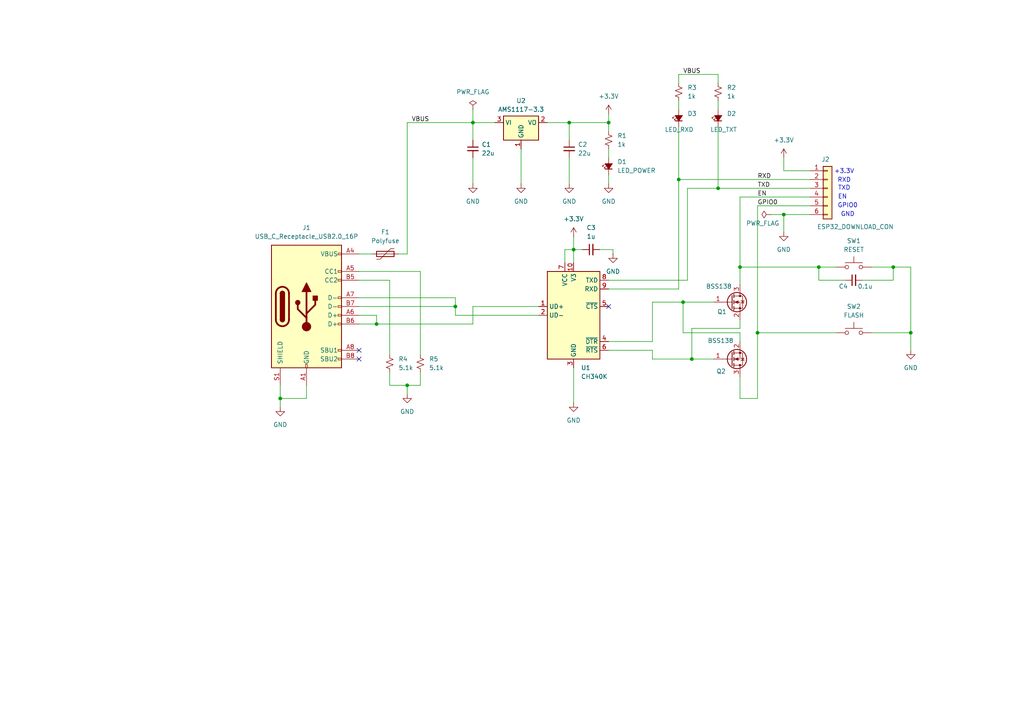
<source format=kicad_sch>
(kicad_sch
	(version 20250114)
	(generator "eeschema")
	(generator_version "9.0")
	(uuid "1cf3cff9-fe4a-4148-ab5e-fd218f0b1351")
	(paper "A4")
	(title_block
		(title "ESP32 Downloader Board")
		(date "2025-05-19")
		(rev "1")
		(company "KUNI-NET")
	)
	(lib_symbols
		(symbol "Connector:USB_C_Receptacle_USB2.0_16P"
			(pin_names
				(offset 1.016)
			)
			(exclude_from_sim no)
			(in_bom yes)
			(on_board yes)
			(property "Reference" "J"
				(at 0 22.225 0)
				(effects
					(font
						(size 1.27 1.27)
					)
				)
			)
			(property "Value" "USB_C_Receptacle_USB2.0_16P"
				(at 0 19.685 0)
				(effects
					(font
						(size 1.27 1.27)
					)
				)
			)
			(property "Footprint" ""
				(at 3.81 0 0)
				(effects
					(font
						(size 1.27 1.27)
					)
					(hide yes)
				)
			)
			(property "Datasheet" "https://www.usb.org/sites/default/files/documents/usb_type-c.zip"
				(at 3.81 0 0)
				(effects
					(font
						(size 1.27 1.27)
					)
					(hide yes)
				)
			)
			(property "Description" "USB 2.0-only 16P Type-C Receptacle connector"
				(at 0 0 0)
				(effects
					(font
						(size 1.27 1.27)
					)
					(hide yes)
				)
			)
			(property "ki_keywords" "usb universal serial bus type-C USB2.0"
				(at 0 0 0)
				(effects
					(font
						(size 1.27 1.27)
					)
					(hide yes)
				)
			)
			(property "ki_fp_filters" "USB*C*Receptacle*"
				(at 0 0 0)
				(effects
					(font
						(size 1.27 1.27)
					)
					(hide yes)
				)
			)
			(symbol "USB_C_Receptacle_USB2.0_16P_0_0"
				(rectangle
					(start -0.254 -17.78)
					(end 0.254 -16.764)
					(stroke
						(width 0)
						(type default)
					)
					(fill
						(type none)
					)
				)
				(rectangle
					(start 10.16 15.494)
					(end 9.144 14.986)
					(stroke
						(width 0)
						(type default)
					)
					(fill
						(type none)
					)
				)
				(rectangle
					(start 10.16 10.414)
					(end 9.144 9.906)
					(stroke
						(width 0)
						(type default)
					)
					(fill
						(type none)
					)
				)
				(rectangle
					(start 10.16 7.874)
					(end 9.144 7.366)
					(stroke
						(width 0)
						(type default)
					)
					(fill
						(type none)
					)
				)
				(rectangle
					(start 10.16 2.794)
					(end 9.144 2.286)
					(stroke
						(width 0)
						(type default)
					)
					(fill
						(type none)
					)
				)
				(rectangle
					(start 10.16 0.254)
					(end 9.144 -0.254)
					(stroke
						(width 0)
						(type default)
					)
					(fill
						(type none)
					)
				)
				(rectangle
					(start 10.16 -2.286)
					(end 9.144 -2.794)
					(stroke
						(width 0)
						(type default)
					)
					(fill
						(type none)
					)
				)
				(rectangle
					(start 10.16 -4.826)
					(end 9.144 -5.334)
					(stroke
						(width 0)
						(type default)
					)
					(fill
						(type none)
					)
				)
				(rectangle
					(start 10.16 -12.446)
					(end 9.144 -12.954)
					(stroke
						(width 0)
						(type default)
					)
					(fill
						(type none)
					)
				)
				(rectangle
					(start 10.16 -14.986)
					(end 9.144 -15.494)
					(stroke
						(width 0)
						(type default)
					)
					(fill
						(type none)
					)
				)
			)
			(symbol "USB_C_Receptacle_USB2.0_16P_0_1"
				(rectangle
					(start -10.16 17.78)
					(end 10.16 -17.78)
					(stroke
						(width 0.254)
						(type default)
					)
					(fill
						(type background)
					)
				)
				(polyline
					(pts
						(xy -8.89 -3.81) (xy -8.89 3.81)
					)
					(stroke
						(width 0.508)
						(type default)
					)
					(fill
						(type none)
					)
				)
				(rectangle
					(start -7.62 -3.81)
					(end -6.35 3.81)
					(stroke
						(width 0.254)
						(type default)
					)
					(fill
						(type outline)
					)
				)
				(arc
					(start -7.62 3.81)
					(mid -6.985 4.4423)
					(end -6.35 3.81)
					(stroke
						(width 0.254)
						(type default)
					)
					(fill
						(type none)
					)
				)
				(arc
					(start -7.62 3.81)
					(mid -6.985 4.4423)
					(end -6.35 3.81)
					(stroke
						(width 0.254)
						(type default)
					)
					(fill
						(type outline)
					)
				)
				(arc
					(start -8.89 3.81)
					(mid -6.985 5.7067)
					(end -5.08 3.81)
					(stroke
						(width 0.508)
						(type default)
					)
					(fill
						(type none)
					)
				)
				(arc
					(start -5.08 -3.81)
					(mid -6.985 -5.7067)
					(end -8.89 -3.81)
					(stroke
						(width 0.508)
						(type default)
					)
					(fill
						(type none)
					)
				)
				(arc
					(start -6.35 -3.81)
					(mid -6.985 -4.4423)
					(end -7.62 -3.81)
					(stroke
						(width 0.254)
						(type default)
					)
					(fill
						(type none)
					)
				)
				(arc
					(start -6.35 -3.81)
					(mid -6.985 -4.4423)
					(end -7.62 -3.81)
					(stroke
						(width 0.254)
						(type default)
					)
					(fill
						(type outline)
					)
				)
				(polyline
					(pts
						(xy -5.08 3.81) (xy -5.08 -3.81)
					)
					(stroke
						(width 0.508)
						(type default)
					)
					(fill
						(type none)
					)
				)
				(circle
					(center -2.54 1.143)
					(radius 0.635)
					(stroke
						(width 0.254)
						(type default)
					)
					(fill
						(type outline)
					)
				)
				(polyline
					(pts
						(xy -1.27 4.318) (xy 0 6.858) (xy 1.27 4.318) (xy -1.27 4.318)
					)
					(stroke
						(width 0.254)
						(type default)
					)
					(fill
						(type outline)
					)
				)
				(polyline
					(pts
						(xy 0 -2.032) (xy 2.54 0.508) (xy 2.54 1.778)
					)
					(stroke
						(width 0.508)
						(type default)
					)
					(fill
						(type none)
					)
				)
				(polyline
					(pts
						(xy 0 -3.302) (xy -2.54 -0.762) (xy -2.54 0.508)
					)
					(stroke
						(width 0.508)
						(type default)
					)
					(fill
						(type none)
					)
				)
				(polyline
					(pts
						(xy 0 -5.842) (xy 0 4.318)
					)
					(stroke
						(width 0.508)
						(type default)
					)
					(fill
						(type none)
					)
				)
				(circle
					(center 0 -5.842)
					(radius 1.27)
					(stroke
						(width 0)
						(type default)
					)
					(fill
						(type outline)
					)
				)
				(rectangle
					(start 1.905 1.778)
					(end 3.175 3.048)
					(stroke
						(width 0.254)
						(type default)
					)
					(fill
						(type outline)
					)
				)
			)
			(symbol "USB_C_Receptacle_USB2.0_16P_1_1"
				(pin passive line
					(at -7.62 -22.86 90)
					(length 5.08)
					(name "SHIELD"
						(effects
							(font
								(size 1.27 1.27)
							)
						)
					)
					(number "S1"
						(effects
							(font
								(size 1.27 1.27)
							)
						)
					)
				)
				(pin passive line
					(at 0 -22.86 90)
					(length 5.08)
					(name "GND"
						(effects
							(font
								(size 1.27 1.27)
							)
						)
					)
					(number "A1"
						(effects
							(font
								(size 1.27 1.27)
							)
						)
					)
				)
				(pin passive line
					(at 0 -22.86 90)
					(length 5.08)
					(hide yes)
					(name "GND"
						(effects
							(font
								(size 1.27 1.27)
							)
						)
					)
					(number "A12"
						(effects
							(font
								(size 1.27 1.27)
							)
						)
					)
				)
				(pin passive line
					(at 0 -22.86 90)
					(length 5.08)
					(hide yes)
					(name "GND"
						(effects
							(font
								(size 1.27 1.27)
							)
						)
					)
					(number "B1"
						(effects
							(font
								(size 1.27 1.27)
							)
						)
					)
				)
				(pin passive line
					(at 0 -22.86 90)
					(length 5.08)
					(hide yes)
					(name "GND"
						(effects
							(font
								(size 1.27 1.27)
							)
						)
					)
					(number "B12"
						(effects
							(font
								(size 1.27 1.27)
							)
						)
					)
				)
				(pin passive line
					(at 15.24 15.24 180)
					(length 5.08)
					(name "VBUS"
						(effects
							(font
								(size 1.27 1.27)
							)
						)
					)
					(number "A4"
						(effects
							(font
								(size 1.27 1.27)
							)
						)
					)
				)
				(pin passive line
					(at 15.24 15.24 180)
					(length 5.08)
					(hide yes)
					(name "VBUS"
						(effects
							(font
								(size 1.27 1.27)
							)
						)
					)
					(number "A9"
						(effects
							(font
								(size 1.27 1.27)
							)
						)
					)
				)
				(pin passive line
					(at 15.24 15.24 180)
					(length 5.08)
					(hide yes)
					(name "VBUS"
						(effects
							(font
								(size 1.27 1.27)
							)
						)
					)
					(number "B4"
						(effects
							(font
								(size 1.27 1.27)
							)
						)
					)
				)
				(pin passive line
					(at 15.24 15.24 180)
					(length 5.08)
					(hide yes)
					(name "VBUS"
						(effects
							(font
								(size 1.27 1.27)
							)
						)
					)
					(number "B9"
						(effects
							(font
								(size 1.27 1.27)
							)
						)
					)
				)
				(pin bidirectional line
					(at 15.24 10.16 180)
					(length 5.08)
					(name "CC1"
						(effects
							(font
								(size 1.27 1.27)
							)
						)
					)
					(number "A5"
						(effects
							(font
								(size 1.27 1.27)
							)
						)
					)
				)
				(pin bidirectional line
					(at 15.24 7.62 180)
					(length 5.08)
					(name "CC2"
						(effects
							(font
								(size 1.27 1.27)
							)
						)
					)
					(number "B5"
						(effects
							(font
								(size 1.27 1.27)
							)
						)
					)
				)
				(pin bidirectional line
					(at 15.24 2.54 180)
					(length 5.08)
					(name "D-"
						(effects
							(font
								(size 1.27 1.27)
							)
						)
					)
					(number "A7"
						(effects
							(font
								(size 1.27 1.27)
							)
						)
					)
				)
				(pin bidirectional line
					(at 15.24 0 180)
					(length 5.08)
					(name "D-"
						(effects
							(font
								(size 1.27 1.27)
							)
						)
					)
					(number "B7"
						(effects
							(font
								(size 1.27 1.27)
							)
						)
					)
				)
				(pin bidirectional line
					(at 15.24 -2.54 180)
					(length 5.08)
					(name "D+"
						(effects
							(font
								(size 1.27 1.27)
							)
						)
					)
					(number "A6"
						(effects
							(font
								(size 1.27 1.27)
							)
						)
					)
				)
				(pin bidirectional line
					(at 15.24 -5.08 180)
					(length 5.08)
					(name "D+"
						(effects
							(font
								(size 1.27 1.27)
							)
						)
					)
					(number "B6"
						(effects
							(font
								(size 1.27 1.27)
							)
						)
					)
				)
				(pin bidirectional line
					(at 15.24 -12.7 180)
					(length 5.08)
					(name "SBU1"
						(effects
							(font
								(size 1.27 1.27)
							)
						)
					)
					(number "A8"
						(effects
							(font
								(size 1.27 1.27)
							)
						)
					)
				)
				(pin bidirectional line
					(at 15.24 -15.24 180)
					(length 5.08)
					(name "SBU2"
						(effects
							(font
								(size 1.27 1.27)
							)
						)
					)
					(number "B8"
						(effects
							(font
								(size 1.27 1.27)
							)
						)
					)
				)
			)
			(embedded_fonts no)
		)
		(symbol "Connector_Generic:Conn_01x06"
			(pin_names
				(offset 1.016)
				(hide yes)
			)
			(exclude_from_sim no)
			(in_bom yes)
			(on_board yes)
			(property "Reference" "J"
				(at 0 7.62 0)
				(effects
					(font
						(size 1.27 1.27)
					)
				)
			)
			(property "Value" "Conn_01x06"
				(at 0 -10.16 0)
				(effects
					(font
						(size 1.27 1.27)
					)
				)
			)
			(property "Footprint" ""
				(at 0 0 0)
				(effects
					(font
						(size 1.27 1.27)
					)
					(hide yes)
				)
			)
			(property "Datasheet" "~"
				(at 0 0 0)
				(effects
					(font
						(size 1.27 1.27)
					)
					(hide yes)
				)
			)
			(property "Description" "Generic connector, single row, 01x06, script generated (kicad-library-utils/schlib/autogen/connector/)"
				(at 0 0 0)
				(effects
					(font
						(size 1.27 1.27)
					)
					(hide yes)
				)
			)
			(property "ki_keywords" "connector"
				(at 0 0 0)
				(effects
					(font
						(size 1.27 1.27)
					)
					(hide yes)
				)
			)
			(property "ki_fp_filters" "Connector*:*_1x??_*"
				(at 0 0 0)
				(effects
					(font
						(size 1.27 1.27)
					)
					(hide yes)
				)
			)
			(symbol "Conn_01x06_1_1"
				(rectangle
					(start -1.27 6.35)
					(end 1.27 -8.89)
					(stroke
						(width 0.254)
						(type default)
					)
					(fill
						(type background)
					)
				)
				(rectangle
					(start -1.27 5.207)
					(end 0 4.953)
					(stroke
						(width 0.1524)
						(type default)
					)
					(fill
						(type none)
					)
				)
				(rectangle
					(start -1.27 2.667)
					(end 0 2.413)
					(stroke
						(width 0.1524)
						(type default)
					)
					(fill
						(type none)
					)
				)
				(rectangle
					(start -1.27 0.127)
					(end 0 -0.127)
					(stroke
						(width 0.1524)
						(type default)
					)
					(fill
						(type none)
					)
				)
				(rectangle
					(start -1.27 -2.413)
					(end 0 -2.667)
					(stroke
						(width 0.1524)
						(type default)
					)
					(fill
						(type none)
					)
				)
				(rectangle
					(start -1.27 -4.953)
					(end 0 -5.207)
					(stroke
						(width 0.1524)
						(type default)
					)
					(fill
						(type none)
					)
				)
				(rectangle
					(start -1.27 -7.493)
					(end 0 -7.747)
					(stroke
						(width 0.1524)
						(type default)
					)
					(fill
						(type none)
					)
				)
				(pin passive line
					(at -5.08 5.08 0)
					(length 3.81)
					(name "Pin_1"
						(effects
							(font
								(size 1.27 1.27)
							)
						)
					)
					(number "1"
						(effects
							(font
								(size 1.27 1.27)
							)
						)
					)
				)
				(pin passive line
					(at -5.08 2.54 0)
					(length 3.81)
					(name "Pin_2"
						(effects
							(font
								(size 1.27 1.27)
							)
						)
					)
					(number "2"
						(effects
							(font
								(size 1.27 1.27)
							)
						)
					)
				)
				(pin passive line
					(at -5.08 0 0)
					(length 3.81)
					(name "Pin_3"
						(effects
							(font
								(size 1.27 1.27)
							)
						)
					)
					(number "3"
						(effects
							(font
								(size 1.27 1.27)
							)
						)
					)
				)
				(pin passive line
					(at -5.08 -2.54 0)
					(length 3.81)
					(name "Pin_4"
						(effects
							(font
								(size 1.27 1.27)
							)
						)
					)
					(number "4"
						(effects
							(font
								(size 1.27 1.27)
							)
						)
					)
				)
				(pin passive line
					(at -5.08 -5.08 0)
					(length 3.81)
					(name "Pin_5"
						(effects
							(font
								(size 1.27 1.27)
							)
						)
					)
					(number "5"
						(effects
							(font
								(size 1.27 1.27)
							)
						)
					)
				)
				(pin passive line
					(at -5.08 -7.62 0)
					(length 3.81)
					(name "Pin_6"
						(effects
							(font
								(size 1.27 1.27)
							)
						)
					)
					(number "6"
						(effects
							(font
								(size 1.27 1.27)
							)
						)
					)
				)
			)
			(embedded_fonts no)
		)
		(symbol "Device:C_Small"
			(pin_numbers
				(hide yes)
			)
			(pin_names
				(offset 0.254)
				(hide yes)
			)
			(exclude_from_sim no)
			(in_bom yes)
			(on_board yes)
			(property "Reference" "C"
				(at 0.254 1.778 0)
				(effects
					(font
						(size 1.27 1.27)
					)
					(justify left)
				)
			)
			(property "Value" "C_Small"
				(at 0.254 -2.032 0)
				(effects
					(font
						(size 1.27 1.27)
					)
					(justify left)
				)
			)
			(property "Footprint" ""
				(at 0 0 0)
				(effects
					(font
						(size 1.27 1.27)
					)
					(hide yes)
				)
			)
			(property "Datasheet" "~"
				(at 0 0 0)
				(effects
					(font
						(size 1.27 1.27)
					)
					(hide yes)
				)
			)
			(property "Description" "Unpolarized capacitor, small symbol"
				(at 0 0 0)
				(effects
					(font
						(size 1.27 1.27)
					)
					(hide yes)
				)
			)
			(property "ki_keywords" "capacitor cap"
				(at 0 0 0)
				(effects
					(font
						(size 1.27 1.27)
					)
					(hide yes)
				)
			)
			(property "ki_fp_filters" "C_*"
				(at 0 0 0)
				(effects
					(font
						(size 1.27 1.27)
					)
					(hide yes)
				)
			)
			(symbol "C_Small_0_1"
				(polyline
					(pts
						(xy -1.524 0.508) (xy 1.524 0.508)
					)
					(stroke
						(width 0.3048)
						(type default)
					)
					(fill
						(type none)
					)
				)
				(polyline
					(pts
						(xy -1.524 -0.508) (xy 1.524 -0.508)
					)
					(stroke
						(width 0.3302)
						(type default)
					)
					(fill
						(type none)
					)
				)
			)
			(symbol "C_Small_1_1"
				(pin passive line
					(at 0 2.54 270)
					(length 2.032)
					(name "~"
						(effects
							(font
								(size 1.27 1.27)
							)
						)
					)
					(number "1"
						(effects
							(font
								(size 1.27 1.27)
							)
						)
					)
				)
				(pin passive line
					(at 0 -2.54 90)
					(length 2.032)
					(name "~"
						(effects
							(font
								(size 1.27 1.27)
							)
						)
					)
					(number "2"
						(effects
							(font
								(size 1.27 1.27)
							)
						)
					)
				)
			)
			(embedded_fonts no)
		)
		(symbol "Device:LED_Small_Filled"
			(pin_numbers
				(hide yes)
			)
			(pin_names
				(offset 0.254)
				(hide yes)
			)
			(exclude_from_sim no)
			(in_bom yes)
			(on_board yes)
			(property "Reference" "D"
				(at -1.27 3.175 0)
				(effects
					(font
						(size 1.27 1.27)
					)
					(justify left)
				)
			)
			(property "Value" "LED_Small_Filled"
				(at -4.445 -2.54 0)
				(effects
					(font
						(size 1.27 1.27)
					)
					(justify left)
				)
			)
			(property "Footprint" ""
				(at 0 0 90)
				(effects
					(font
						(size 1.27 1.27)
					)
					(hide yes)
				)
			)
			(property "Datasheet" "~"
				(at 0 0 90)
				(effects
					(font
						(size 1.27 1.27)
					)
					(hide yes)
				)
			)
			(property "Description" "Light emitting diode, small symbol, filled shape"
				(at 0 0 0)
				(effects
					(font
						(size 1.27 1.27)
					)
					(hide yes)
				)
			)
			(property "Sim.Pins" "1=K 2=A"
				(at 0 0 0)
				(effects
					(font
						(size 1.27 1.27)
					)
					(hide yes)
				)
			)
			(property "ki_keywords" "LED diode light-emitting-diode"
				(at 0 0 0)
				(effects
					(font
						(size 1.27 1.27)
					)
					(hide yes)
				)
			)
			(property "ki_fp_filters" "LED* LED_SMD:* LED_THT:*"
				(at 0 0 0)
				(effects
					(font
						(size 1.27 1.27)
					)
					(hide yes)
				)
			)
			(symbol "LED_Small_Filled_0_1"
				(polyline
					(pts
						(xy -0.762 -1.016) (xy -0.762 1.016)
					)
					(stroke
						(width 0.254)
						(type default)
					)
					(fill
						(type none)
					)
				)
				(polyline
					(pts
						(xy 0 0.762) (xy -0.508 1.27) (xy -0.254 1.27) (xy -0.508 1.27) (xy -0.508 1.016)
					)
					(stroke
						(width 0)
						(type default)
					)
					(fill
						(type none)
					)
				)
				(polyline
					(pts
						(xy 0.508 1.27) (xy 0 1.778) (xy 0.254 1.778) (xy 0 1.778) (xy 0 1.524)
					)
					(stroke
						(width 0)
						(type default)
					)
					(fill
						(type none)
					)
				)
				(polyline
					(pts
						(xy 0.762 -1.016) (xy -0.762 0) (xy 0.762 1.016) (xy 0.762 -1.016)
					)
					(stroke
						(width 0.254)
						(type default)
					)
					(fill
						(type outline)
					)
				)
				(polyline
					(pts
						(xy 1.016 0) (xy -0.762 0)
					)
					(stroke
						(width 0)
						(type default)
					)
					(fill
						(type none)
					)
				)
			)
			(symbol "LED_Small_Filled_1_1"
				(pin passive line
					(at -2.54 0 0)
					(length 1.778)
					(name "K"
						(effects
							(font
								(size 1.27 1.27)
							)
						)
					)
					(number "1"
						(effects
							(font
								(size 1.27 1.27)
							)
						)
					)
				)
				(pin passive line
					(at 2.54 0 180)
					(length 1.778)
					(name "A"
						(effects
							(font
								(size 1.27 1.27)
							)
						)
					)
					(number "2"
						(effects
							(font
								(size 1.27 1.27)
							)
						)
					)
				)
			)
			(embedded_fonts no)
		)
		(symbol "Device:Polyfuse"
			(pin_numbers
				(hide yes)
			)
			(pin_names
				(offset 0)
			)
			(exclude_from_sim no)
			(in_bom yes)
			(on_board yes)
			(property "Reference" "F"
				(at -2.54 0 90)
				(effects
					(font
						(size 1.27 1.27)
					)
				)
			)
			(property "Value" "Polyfuse"
				(at 2.54 0 90)
				(effects
					(font
						(size 1.27 1.27)
					)
				)
			)
			(property "Footprint" ""
				(at 1.27 -5.08 0)
				(effects
					(font
						(size 1.27 1.27)
					)
					(justify left)
					(hide yes)
				)
			)
			(property "Datasheet" "~"
				(at 0 0 0)
				(effects
					(font
						(size 1.27 1.27)
					)
					(hide yes)
				)
			)
			(property "Description" "Resettable fuse, polymeric positive temperature coefficient"
				(at 0 0 0)
				(effects
					(font
						(size 1.27 1.27)
					)
					(hide yes)
				)
			)
			(property "ki_keywords" "resettable fuse PTC PPTC polyfuse polyswitch"
				(at 0 0 0)
				(effects
					(font
						(size 1.27 1.27)
					)
					(hide yes)
				)
			)
			(property "ki_fp_filters" "*polyfuse* *PTC*"
				(at 0 0 0)
				(effects
					(font
						(size 1.27 1.27)
					)
					(hide yes)
				)
			)
			(symbol "Polyfuse_0_1"
				(polyline
					(pts
						(xy -1.524 2.54) (xy -1.524 1.524) (xy 1.524 -1.524) (xy 1.524 -2.54)
					)
					(stroke
						(width 0)
						(type default)
					)
					(fill
						(type none)
					)
				)
				(rectangle
					(start -0.762 2.54)
					(end 0.762 -2.54)
					(stroke
						(width 0.254)
						(type default)
					)
					(fill
						(type none)
					)
				)
				(polyline
					(pts
						(xy 0 2.54) (xy 0 -2.54)
					)
					(stroke
						(width 0)
						(type default)
					)
					(fill
						(type none)
					)
				)
			)
			(symbol "Polyfuse_1_1"
				(pin passive line
					(at 0 3.81 270)
					(length 1.27)
					(name "~"
						(effects
							(font
								(size 1.27 1.27)
							)
						)
					)
					(number "1"
						(effects
							(font
								(size 1.27 1.27)
							)
						)
					)
				)
				(pin passive line
					(at 0 -3.81 90)
					(length 1.27)
					(name "~"
						(effects
							(font
								(size 1.27 1.27)
							)
						)
					)
					(number "2"
						(effects
							(font
								(size 1.27 1.27)
							)
						)
					)
				)
			)
			(embedded_fonts no)
		)
		(symbol "Device:R_Small_US"
			(pin_numbers
				(hide yes)
			)
			(pin_names
				(offset 0.254)
				(hide yes)
			)
			(exclude_from_sim no)
			(in_bom yes)
			(on_board yes)
			(property "Reference" "R"
				(at 0.762 0.508 0)
				(effects
					(font
						(size 1.27 1.27)
					)
					(justify left)
				)
			)
			(property "Value" "R_Small_US"
				(at 0.762 -1.016 0)
				(effects
					(font
						(size 1.27 1.27)
					)
					(justify left)
				)
			)
			(property "Footprint" ""
				(at 0 0 0)
				(effects
					(font
						(size 1.27 1.27)
					)
					(hide yes)
				)
			)
			(property "Datasheet" "~"
				(at 0 0 0)
				(effects
					(font
						(size 1.27 1.27)
					)
					(hide yes)
				)
			)
			(property "Description" "Resistor, small US symbol"
				(at 0 0 0)
				(effects
					(font
						(size 1.27 1.27)
					)
					(hide yes)
				)
			)
			(property "ki_keywords" "r resistor"
				(at 0 0 0)
				(effects
					(font
						(size 1.27 1.27)
					)
					(hide yes)
				)
			)
			(property "ki_fp_filters" "R_*"
				(at 0 0 0)
				(effects
					(font
						(size 1.27 1.27)
					)
					(hide yes)
				)
			)
			(symbol "R_Small_US_1_1"
				(polyline
					(pts
						(xy 0 1.524) (xy 1.016 1.143) (xy 0 0.762) (xy -1.016 0.381) (xy 0 0)
					)
					(stroke
						(width 0)
						(type default)
					)
					(fill
						(type none)
					)
				)
				(polyline
					(pts
						(xy 0 0) (xy 1.016 -0.381) (xy 0 -0.762) (xy -1.016 -1.143) (xy 0 -1.524)
					)
					(stroke
						(width 0)
						(type default)
					)
					(fill
						(type none)
					)
				)
				(pin passive line
					(at 0 2.54 270)
					(length 1.016)
					(name "~"
						(effects
							(font
								(size 1.27 1.27)
							)
						)
					)
					(number "1"
						(effects
							(font
								(size 1.27 1.27)
							)
						)
					)
				)
				(pin passive line
					(at 0 -2.54 90)
					(length 1.016)
					(name "~"
						(effects
							(font
								(size 1.27 1.27)
							)
						)
					)
					(number "2"
						(effects
							(font
								(size 1.27 1.27)
							)
						)
					)
				)
			)
			(embedded_fonts no)
		)
		(symbol "Interface_USB:CH340K"
			(exclude_from_sim no)
			(in_bom yes)
			(on_board yes)
			(property "Reference" "U"
				(at -6.858 13.97 0)
				(effects
					(font
						(size 1.27 1.27)
					)
					(justify left)
				)
			)
			(property "Value" "CH340K"
				(at 1.27 13.97 0)
				(effects
					(font
						(size 1.27 1.27)
					)
					(justify left)
				)
			)
			(property "Footprint" "Package_SO:SSOP-10-1EP_3.9x4.9mm_P1mm_EP2.1x3.3mm"
				(at 1.27 -13.97 0)
				(effects
					(font
						(size 1.27 1.27)
					)
					(justify left)
					(hide yes)
				)
			)
			(property "Datasheet" "https://cdn.sparkfun.com/assets/5/0/a/8/5/CH340DS1.PDF"
				(at -8.89 20.32 0)
				(effects
					(font
						(size 1.27 1.27)
					)
					(hide yes)
				)
			)
			(property "Description" "USB serial converter, UART, SSOP-10"
				(at 0 0 0)
				(effects
					(font
						(size 1.27 1.27)
					)
					(hide yes)
				)
			)
			(property "ki_keywords" "USB UART Serial Converter Interface"
				(at 0 0 0)
				(effects
					(font
						(size 1.27 1.27)
					)
					(hide yes)
				)
			)
			(property "ki_fp_filters" "SSOP*1EP*3.9x4.9mm*P1mm*"
				(at 0 0 0)
				(effects
					(font
						(size 1.27 1.27)
					)
					(hide yes)
				)
			)
			(symbol "CH340K_0_1"
				(rectangle
					(start -7.62 12.7)
					(end 7.62 -12.7)
					(stroke
						(width 0.254)
						(type default)
					)
					(fill
						(type background)
					)
				)
			)
			(symbol "CH340K_1_0"
				(pin passive line
					(at 0 -15.24 90)
					(length 2.54)
					(hide yes)
					(name "GND"
						(effects
							(font
								(size 1.27 1.27)
							)
						)
					)
					(number "11"
						(effects
							(font
								(size 1.27 1.27)
							)
						)
					)
				)
			)
			(symbol "CH340K_1_1"
				(pin bidirectional line
					(at -10.16 2.54 0)
					(length 2.54)
					(name "UD+"
						(effects
							(font
								(size 1.27 1.27)
							)
						)
					)
					(number "1"
						(effects
							(font
								(size 1.27 1.27)
							)
						)
					)
				)
				(pin bidirectional line
					(at -10.16 0 0)
					(length 2.54)
					(name "UD-"
						(effects
							(font
								(size 1.27 1.27)
							)
						)
					)
					(number "2"
						(effects
							(font
								(size 1.27 1.27)
							)
						)
					)
				)
				(pin power_in line
					(at -2.54 15.24 270)
					(length 2.54)
					(name "VCC"
						(effects
							(font
								(size 1.27 1.27)
							)
						)
					)
					(number "7"
						(effects
							(font
								(size 1.27 1.27)
							)
						)
					)
				)
				(pin passive line
					(at 0 15.24 270)
					(length 2.54)
					(name "V3"
						(effects
							(font
								(size 1.27 1.27)
							)
						)
					)
					(number "10"
						(effects
							(font
								(size 1.27 1.27)
							)
						)
					)
				)
				(pin power_in line
					(at 0 -15.24 90)
					(length 2.54)
					(name "GND"
						(effects
							(font
								(size 1.27 1.27)
							)
						)
					)
					(number "3"
						(effects
							(font
								(size 1.27 1.27)
							)
						)
					)
				)
				(pin output line
					(at 10.16 10.16 180)
					(length 2.54)
					(name "TXD"
						(effects
							(font
								(size 1.27 1.27)
							)
						)
					)
					(number "8"
						(effects
							(font
								(size 1.27 1.27)
							)
						)
					)
				)
				(pin input line
					(at 10.16 7.62 180)
					(length 2.54)
					(name "RXD"
						(effects
							(font
								(size 1.27 1.27)
							)
						)
					)
					(number "9"
						(effects
							(font
								(size 1.27 1.27)
							)
						)
					)
				)
				(pin input line
					(at 10.16 2.54 180)
					(length 2.54)
					(name "~{CTS}"
						(effects
							(font
								(size 1.27 1.27)
							)
						)
					)
					(number "5"
						(effects
							(font
								(size 1.27 1.27)
							)
						)
					)
				)
				(pin output line
					(at 10.16 -7.62 180)
					(length 2.54)
					(name "~{DTR}"
						(effects
							(font
								(size 1.27 1.27)
							)
						)
					)
					(number "4"
						(effects
							(font
								(size 1.27 1.27)
							)
						)
					)
				)
				(pin output line
					(at 10.16 -10.16 180)
					(length 2.54)
					(name "~{RTS}"
						(effects
							(font
								(size 1.27 1.27)
							)
						)
					)
					(number "6"
						(effects
							(font
								(size 1.27 1.27)
							)
						)
					)
				)
			)
			(embedded_fonts no)
		)
		(symbol "Regulator_Linear:AMS1117-3.3"
			(exclude_from_sim no)
			(in_bom yes)
			(on_board yes)
			(property "Reference" "U"
				(at -3.81 3.175 0)
				(effects
					(font
						(size 1.27 1.27)
					)
				)
			)
			(property "Value" "AMS1117-3.3"
				(at 0 3.175 0)
				(effects
					(font
						(size 1.27 1.27)
					)
					(justify left)
				)
			)
			(property "Footprint" "Package_TO_SOT_SMD:SOT-223-3_TabPin2"
				(at 0 5.08 0)
				(effects
					(font
						(size 1.27 1.27)
					)
					(hide yes)
				)
			)
			(property "Datasheet" "http://www.advanced-monolithic.com/pdf/ds1117.pdf"
				(at 2.54 -6.35 0)
				(effects
					(font
						(size 1.27 1.27)
					)
					(hide yes)
				)
			)
			(property "Description" "1A Low Dropout regulator, positive, 3.3V fixed output, SOT-223"
				(at 0 0 0)
				(effects
					(font
						(size 1.27 1.27)
					)
					(hide yes)
				)
			)
			(property "ki_keywords" "linear regulator ldo fixed positive"
				(at 0 0 0)
				(effects
					(font
						(size 1.27 1.27)
					)
					(hide yes)
				)
			)
			(property "ki_fp_filters" "SOT?223*TabPin2*"
				(at 0 0 0)
				(effects
					(font
						(size 1.27 1.27)
					)
					(hide yes)
				)
			)
			(symbol "AMS1117-3.3_0_1"
				(rectangle
					(start -5.08 -5.08)
					(end 5.08 1.905)
					(stroke
						(width 0.254)
						(type default)
					)
					(fill
						(type background)
					)
				)
			)
			(symbol "AMS1117-3.3_1_1"
				(pin power_in line
					(at -7.62 0 0)
					(length 2.54)
					(name "VI"
						(effects
							(font
								(size 1.27 1.27)
							)
						)
					)
					(number "3"
						(effects
							(font
								(size 1.27 1.27)
							)
						)
					)
				)
				(pin power_in line
					(at 0 -7.62 90)
					(length 2.54)
					(name "GND"
						(effects
							(font
								(size 1.27 1.27)
							)
						)
					)
					(number "1"
						(effects
							(font
								(size 1.27 1.27)
							)
						)
					)
				)
				(pin power_out line
					(at 7.62 0 180)
					(length 2.54)
					(name "VO"
						(effects
							(font
								(size 1.27 1.27)
							)
						)
					)
					(number "2"
						(effects
							(font
								(size 1.27 1.27)
							)
						)
					)
				)
			)
			(embedded_fonts no)
		)
		(symbol "Switch:SW_Push"
			(pin_numbers
				(hide yes)
			)
			(pin_names
				(offset 1.016)
				(hide yes)
			)
			(exclude_from_sim no)
			(in_bom yes)
			(on_board yes)
			(property "Reference" "SW"
				(at 1.27 2.54 0)
				(effects
					(font
						(size 1.27 1.27)
					)
					(justify left)
				)
			)
			(property "Value" "SW_Push"
				(at 0 -1.524 0)
				(effects
					(font
						(size 1.27 1.27)
					)
				)
			)
			(property "Footprint" ""
				(at 0 5.08 0)
				(effects
					(font
						(size 1.27 1.27)
					)
					(hide yes)
				)
			)
			(property "Datasheet" "~"
				(at 0 5.08 0)
				(effects
					(font
						(size 1.27 1.27)
					)
					(hide yes)
				)
			)
			(property "Description" "Push button switch, generic, two pins"
				(at 0 0 0)
				(effects
					(font
						(size 1.27 1.27)
					)
					(hide yes)
				)
			)
			(property "ki_keywords" "switch normally-open pushbutton push-button"
				(at 0 0 0)
				(effects
					(font
						(size 1.27 1.27)
					)
					(hide yes)
				)
			)
			(symbol "SW_Push_0_1"
				(circle
					(center -2.032 0)
					(radius 0.508)
					(stroke
						(width 0)
						(type default)
					)
					(fill
						(type none)
					)
				)
				(polyline
					(pts
						(xy 0 1.27) (xy 0 3.048)
					)
					(stroke
						(width 0)
						(type default)
					)
					(fill
						(type none)
					)
				)
				(circle
					(center 2.032 0)
					(radius 0.508)
					(stroke
						(width 0)
						(type default)
					)
					(fill
						(type none)
					)
				)
				(polyline
					(pts
						(xy 2.54 1.27) (xy -2.54 1.27)
					)
					(stroke
						(width 0)
						(type default)
					)
					(fill
						(type none)
					)
				)
				(pin passive line
					(at -5.08 0 0)
					(length 2.54)
					(name "1"
						(effects
							(font
								(size 1.27 1.27)
							)
						)
					)
					(number "1"
						(effects
							(font
								(size 1.27 1.27)
							)
						)
					)
				)
				(pin passive line
					(at 5.08 0 180)
					(length 2.54)
					(name "2"
						(effects
							(font
								(size 1.27 1.27)
							)
						)
					)
					(number "2"
						(effects
							(font
								(size 1.27 1.27)
							)
						)
					)
				)
			)
			(embedded_fonts no)
		)
		(symbol "Transistor_FET:BSS138"
			(pin_names
				(hide yes)
			)
			(exclude_from_sim no)
			(in_bom yes)
			(on_board yes)
			(property "Reference" "Q"
				(at 5.08 1.905 0)
				(effects
					(font
						(size 1.27 1.27)
					)
					(justify left)
				)
			)
			(property "Value" "BSS138"
				(at 5.08 0 0)
				(effects
					(font
						(size 1.27 1.27)
					)
					(justify left)
				)
			)
			(property "Footprint" "Package_TO_SOT_SMD:SOT-23"
				(at 5.08 -1.905 0)
				(effects
					(font
						(size 1.27 1.27)
						(italic yes)
					)
					(justify left)
					(hide yes)
				)
			)
			(property "Datasheet" "https://www.onsemi.com/pub/Collateral/BSS138-D.PDF"
				(at 5.08 -3.81 0)
				(effects
					(font
						(size 1.27 1.27)
					)
					(justify left)
					(hide yes)
				)
			)
			(property "Description" "50V Vds, 0.22A Id, N-Channel MOSFET, SOT-23"
				(at 0 0 0)
				(effects
					(font
						(size 1.27 1.27)
					)
					(hide yes)
				)
			)
			(property "ki_keywords" "N-Channel MOSFET"
				(at 0 0 0)
				(effects
					(font
						(size 1.27 1.27)
					)
					(hide yes)
				)
			)
			(property "ki_fp_filters" "SOT?23*"
				(at 0 0 0)
				(effects
					(font
						(size 1.27 1.27)
					)
					(hide yes)
				)
			)
			(symbol "BSS138_0_1"
				(polyline
					(pts
						(xy 0.254 1.905) (xy 0.254 -1.905)
					)
					(stroke
						(width 0.254)
						(type default)
					)
					(fill
						(type none)
					)
				)
				(polyline
					(pts
						(xy 0.254 0) (xy -2.54 0)
					)
					(stroke
						(width 0)
						(type default)
					)
					(fill
						(type none)
					)
				)
				(polyline
					(pts
						(xy 0.762 2.286) (xy 0.762 1.27)
					)
					(stroke
						(width 0.254)
						(type default)
					)
					(fill
						(type none)
					)
				)
				(polyline
					(pts
						(xy 0.762 0.508) (xy 0.762 -0.508)
					)
					(stroke
						(width 0.254)
						(type default)
					)
					(fill
						(type none)
					)
				)
				(polyline
					(pts
						(xy 0.762 -1.27) (xy 0.762 -2.286)
					)
					(stroke
						(width 0.254)
						(type default)
					)
					(fill
						(type none)
					)
				)
				(polyline
					(pts
						(xy 0.762 -1.778) (xy 3.302 -1.778) (xy 3.302 1.778) (xy 0.762 1.778)
					)
					(stroke
						(width 0)
						(type default)
					)
					(fill
						(type none)
					)
				)
				(polyline
					(pts
						(xy 1.016 0) (xy 2.032 0.381) (xy 2.032 -0.381) (xy 1.016 0)
					)
					(stroke
						(width 0)
						(type default)
					)
					(fill
						(type outline)
					)
				)
				(circle
					(center 1.651 0)
					(radius 2.794)
					(stroke
						(width 0.254)
						(type default)
					)
					(fill
						(type none)
					)
				)
				(polyline
					(pts
						(xy 2.54 2.54) (xy 2.54 1.778)
					)
					(stroke
						(width 0)
						(type default)
					)
					(fill
						(type none)
					)
				)
				(circle
					(center 2.54 1.778)
					(radius 0.254)
					(stroke
						(width 0)
						(type default)
					)
					(fill
						(type outline)
					)
				)
				(circle
					(center 2.54 -1.778)
					(radius 0.254)
					(stroke
						(width 0)
						(type default)
					)
					(fill
						(type outline)
					)
				)
				(polyline
					(pts
						(xy 2.54 -2.54) (xy 2.54 0) (xy 0.762 0)
					)
					(stroke
						(width 0)
						(type default)
					)
					(fill
						(type none)
					)
				)
				(polyline
					(pts
						(xy 2.794 0.508) (xy 2.921 0.381) (xy 3.683 0.381) (xy 3.81 0.254)
					)
					(stroke
						(width 0)
						(type default)
					)
					(fill
						(type none)
					)
				)
				(polyline
					(pts
						(xy 3.302 0.381) (xy 2.921 -0.254) (xy 3.683 -0.254) (xy 3.302 0.381)
					)
					(stroke
						(width 0)
						(type default)
					)
					(fill
						(type none)
					)
				)
			)
			(symbol "BSS138_1_1"
				(pin input line
					(at -5.08 0 0)
					(length 2.54)
					(name "G"
						(effects
							(font
								(size 1.27 1.27)
							)
						)
					)
					(number "1"
						(effects
							(font
								(size 1.27 1.27)
							)
						)
					)
				)
				(pin passive line
					(at 2.54 5.08 270)
					(length 2.54)
					(name "D"
						(effects
							(font
								(size 1.27 1.27)
							)
						)
					)
					(number "3"
						(effects
							(font
								(size 1.27 1.27)
							)
						)
					)
				)
				(pin passive line
					(at 2.54 -5.08 90)
					(length 2.54)
					(name "S"
						(effects
							(font
								(size 1.27 1.27)
							)
						)
					)
					(number "2"
						(effects
							(font
								(size 1.27 1.27)
							)
						)
					)
				)
			)
			(embedded_fonts no)
		)
		(symbol "power:+3.3V"
			(power)
			(pin_numbers
				(hide yes)
			)
			(pin_names
				(offset 0)
				(hide yes)
			)
			(exclude_from_sim no)
			(in_bom yes)
			(on_board yes)
			(property "Reference" "#PWR"
				(at 0 -3.81 0)
				(effects
					(font
						(size 1.27 1.27)
					)
					(hide yes)
				)
			)
			(property "Value" "+3.3V"
				(at 0 3.556 0)
				(effects
					(font
						(size 1.27 1.27)
					)
				)
			)
			(property "Footprint" ""
				(at 0 0 0)
				(effects
					(font
						(size 1.27 1.27)
					)
					(hide yes)
				)
			)
			(property "Datasheet" ""
				(at 0 0 0)
				(effects
					(font
						(size 1.27 1.27)
					)
					(hide yes)
				)
			)
			(property "Description" "Power symbol creates a global label with name \"+3.3V\""
				(at 0 0 0)
				(effects
					(font
						(size 1.27 1.27)
					)
					(hide yes)
				)
			)
			(property "ki_keywords" "global power"
				(at 0 0 0)
				(effects
					(font
						(size 1.27 1.27)
					)
					(hide yes)
				)
			)
			(symbol "+3.3V_0_1"
				(polyline
					(pts
						(xy -0.762 1.27) (xy 0 2.54)
					)
					(stroke
						(width 0)
						(type default)
					)
					(fill
						(type none)
					)
				)
				(polyline
					(pts
						(xy 0 2.54) (xy 0.762 1.27)
					)
					(stroke
						(width 0)
						(type default)
					)
					(fill
						(type none)
					)
				)
				(polyline
					(pts
						(xy 0 0) (xy 0 2.54)
					)
					(stroke
						(width 0)
						(type default)
					)
					(fill
						(type none)
					)
				)
			)
			(symbol "+3.3V_1_1"
				(pin power_in line
					(at 0 0 90)
					(length 0)
					(name "~"
						(effects
							(font
								(size 1.27 1.27)
							)
						)
					)
					(number "1"
						(effects
							(font
								(size 1.27 1.27)
							)
						)
					)
				)
			)
			(embedded_fonts no)
		)
		(symbol "power:GND"
			(power)
			(pin_numbers
				(hide yes)
			)
			(pin_names
				(offset 0)
				(hide yes)
			)
			(exclude_from_sim no)
			(in_bom yes)
			(on_board yes)
			(property "Reference" "#PWR"
				(at 0 -6.35 0)
				(effects
					(font
						(size 1.27 1.27)
					)
					(hide yes)
				)
			)
			(property "Value" "GND"
				(at 0 -3.81 0)
				(effects
					(font
						(size 1.27 1.27)
					)
				)
			)
			(property "Footprint" ""
				(at 0 0 0)
				(effects
					(font
						(size 1.27 1.27)
					)
					(hide yes)
				)
			)
			(property "Datasheet" ""
				(at 0 0 0)
				(effects
					(font
						(size 1.27 1.27)
					)
					(hide yes)
				)
			)
			(property "Description" "Power symbol creates a global label with name \"GND\" , ground"
				(at 0 0 0)
				(effects
					(font
						(size 1.27 1.27)
					)
					(hide yes)
				)
			)
			(property "ki_keywords" "global power"
				(at 0 0 0)
				(effects
					(font
						(size 1.27 1.27)
					)
					(hide yes)
				)
			)
			(symbol "GND_0_1"
				(polyline
					(pts
						(xy 0 0) (xy 0 -1.27) (xy 1.27 -1.27) (xy 0 -2.54) (xy -1.27 -1.27) (xy 0 -1.27)
					)
					(stroke
						(width 0)
						(type default)
					)
					(fill
						(type none)
					)
				)
			)
			(symbol "GND_1_1"
				(pin power_in line
					(at 0 0 270)
					(length 0)
					(name "~"
						(effects
							(font
								(size 1.27 1.27)
							)
						)
					)
					(number "1"
						(effects
							(font
								(size 1.27 1.27)
							)
						)
					)
				)
			)
			(embedded_fonts no)
		)
		(symbol "power:PWR_FLAG"
			(power)
			(pin_numbers
				(hide yes)
			)
			(pin_names
				(offset 0)
				(hide yes)
			)
			(exclude_from_sim no)
			(in_bom yes)
			(on_board yes)
			(property "Reference" "#FLG"
				(at 0 1.905 0)
				(effects
					(font
						(size 1.27 1.27)
					)
					(hide yes)
				)
			)
			(property "Value" "PWR_FLAG"
				(at 0 3.81 0)
				(effects
					(font
						(size 1.27 1.27)
					)
				)
			)
			(property "Footprint" ""
				(at 0 0 0)
				(effects
					(font
						(size 1.27 1.27)
					)
					(hide yes)
				)
			)
			(property "Datasheet" "~"
				(at 0 0 0)
				(effects
					(font
						(size 1.27 1.27)
					)
					(hide yes)
				)
			)
			(property "Description" "Special symbol for telling ERC where power comes from"
				(at 0 0 0)
				(effects
					(font
						(size 1.27 1.27)
					)
					(hide yes)
				)
			)
			(property "ki_keywords" "flag power"
				(at 0 0 0)
				(effects
					(font
						(size 1.27 1.27)
					)
					(hide yes)
				)
			)
			(symbol "PWR_FLAG_0_0"
				(pin power_out line
					(at 0 0 90)
					(length 0)
					(name "~"
						(effects
							(font
								(size 1.27 1.27)
							)
						)
					)
					(number "1"
						(effects
							(font
								(size 1.27 1.27)
							)
						)
					)
				)
			)
			(symbol "PWR_FLAG_0_1"
				(polyline
					(pts
						(xy 0 0) (xy 0 1.27) (xy -1.016 1.905) (xy 0 2.54) (xy 1.016 1.905) (xy 0 1.27)
					)
					(stroke
						(width 0)
						(type default)
					)
					(fill
						(type none)
					)
				)
			)
			(embedded_fonts no)
		)
	)
	(text "EN"
		(exclude_from_sim no)
		(at 244.348 57.15 0)
		(effects
			(font
				(size 1.27 1.27)
			)
		)
		(uuid "205b8490-9cfd-4031-b883-1c02b4cf0ffd")
	)
	(text "GND"
		(exclude_from_sim no)
		(at 245.872 62.23 0)
		(effects
			(font
				(size 1.27 1.27)
			)
		)
		(uuid "53154af5-86d1-453e-9e0e-228521ae8bac")
	)
	(text "TXD"
		(exclude_from_sim no)
		(at 244.856 54.61 0)
		(effects
			(font
				(size 1.27 1.27)
			)
		)
		(uuid "967af991-cb85-41af-87c2-41668694e600")
	)
	(text "+3.3V"
		(exclude_from_sim no)
		(at 244.856 49.784 0)
		(effects
			(font
				(size 1.27 1.27)
			)
		)
		(uuid "b9e4e3a9-02d6-4f1a-a367-c473967e3c63")
	)
	(text "GPIO0"
		(exclude_from_sim no)
		(at 245.872 59.69 0)
		(effects
			(font
				(size 1.27 1.27)
			)
		)
		(uuid "c9c59730-c45d-4208-84e8-0efd027e9e69")
	)
	(text "RXD"
		(exclude_from_sim no)
		(at 244.856 52.324 0)
		(effects
			(font
				(size 1.27 1.27)
			)
		)
		(uuid "d0c9ed4d-0be6-4eab-ae6c-1b95d4b478ab")
	)
	(junction
		(at 219.71 96.52)
		(diameter 0)
		(color 0 0 0 0)
		(uuid "2147e5db-ed9e-4e98-aaf5-70360165a835")
	)
	(junction
		(at 237.49 77.47)
		(diameter 0)
		(color 0 0 0 0)
		(uuid "42c7eb29-7e99-4234-b640-aaa8342fe58f")
	)
	(junction
		(at 166.37 72.39)
		(diameter 0)
		(color 0 0 0 0)
		(uuid "499713b0-ae1e-4f69-9f8b-6f56f03568e0")
	)
	(junction
		(at 200.66 104.14)
		(diameter 0)
		(color 0 0 0 0)
		(uuid "564e6780-8309-4389-bad3-36e93402db3f")
	)
	(junction
		(at 264.16 96.52)
		(diameter 0)
		(color 0 0 0 0)
		(uuid "58759814-761e-45e1-8e5b-98c7e95f1d2f")
	)
	(junction
		(at 137.16 35.56)
		(diameter 0)
		(color 0 0 0 0)
		(uuid "591edd94-64d9-4593-8dea-6623a7d2286e")
	)
	(junction
		(at 176.53 35.56)
		(diameter 0)
		(color 0 0 0 0)
		(uuid "67427e95-3b0d-468e-a09d-f3ad2295cb82")
	)
	(junction
		(at 208.28 54.61)
		(diameter 0)
		(color 0 0 0 0)
		(uuid "786feeec-7c96-40c7-8187-121fd67a343c")
	)
	(junction
		(at 214.63 77.47)
		(diameter 0)
		(color 0 0 0 0)
		(uuid "7ed7b3ff-8f8c-4f86-b5e3-d5006794477d")
	)
	(junction
		(at 198.12 87.63)
		(diameter 0)
		(color 0 0 0 0)
		(uuid "831844ba-e010-4a3b-8e6e-b2482653628f")
	)
	(junction
		(at 227.33 62.23)
		(diameter 0)
		(color 0 0 0 0)
		(uuid "85a0b336-76ed-4a27-8445-e7064b5ff33b")
	)
	(junction
		(at 259.08 77.47)
		(diameter 0)
		(color 0 0 0 0)
		(uuid "8dce0996-562f-41b0-b9c8-b4b7c366f5cd")
	)
	(junction
		(at 165.1 35.56)
		(diameter 0)
		(color 0 0 0 0)
		(uuid "bef67aad-a6d8-4546-b17f-068d930bc425")
	)
	(junction
		(at 109.22 93.98)
		(diameter 0)
		(color 0 0 0 0)
		(uuid "c669a74d-f13b-46d5-9e0f-4ca39a925aa4")
	)
	(junction
		(at 196.85 52.07)
		(diameter 0)
		(color 0 0 0 0)
		(uuid "c72e96a0-b84f-4ad1-b051-58d8e548f274")
	)
	(junction
		(at 132.08 88.9)
		(diameter 0)
		(color 0 0 0 0)
		(uuid "d2bfde25-e7e3-45e0-9864-49173a242e68")
	)
	(junction
		(at 118.11 111.76)
		(diameter 0)
		(color 0 0 0 0)
		(uuid "d8c9e904-e25a-4b29-a16c-c5a1f7446eda")
	)
	(junction
		(at 81.28 115.57)
		(diameter 0)
		(color 0 0 0 0)
		(uuid "fc430e1b-af86-4fdd-af53-7c927974cdc2")
	)
	(no_connect
		(at 104.14 104.14)
		(uuid "3176fce5-6f52-437e-9b5a-885b326e757f")
	)
	(no_connect
		(at 104.14 101.6)
		(uuid "4835f614-904e-4818-be27-34128969e17d")
	)
	(no_connect
		(at 176.53 88.9)
		(uuid "c2406a7e-8400-4e46-b7ed-d2098abcb8c3")
	)
	(wire
		(pts
			(xy 252.73 77.47) (xy 259.08 77.47)
		)
		(stroke
			(width 0)
			(type default)
		)
		(uuid "05666106-31cb-4f21-809e-8f9865ddc2cd")
	)
	(wire
		(pts
			(xy 219.71 96.52) (xy 219.71 115.57)
		)
		(stroke
			(width 0)
			(type default)
		)
		(uuid "0bedb1a9-5a0e-462d-9ddb-1e55d14a7cfe")
	)
	(wire
		(pts
			(xy 113.03 81.28) (xy 113.03 102.87)
		)
		(stroke
			(width 0)
			(type default)
		)
		(uuid "0bfd1b97-22dd-4710-acff-04d2e5cc5077")
	)
	(wire
		(pts
			(xy 189.23 101.6) (xy 189.23 104.14)
		)
		(stroke
			(width 0)
			(type default)
		)
		(uuid "105ea8ab-8959-475c-ace1-a5d1dd7c688f")
	)
	(wire
		(pts
			(xy 208.28 54.61) (xy 234.95 54.61)
		)
		(stroke
			(width 0)
			(type default)
		)
		(uuid "1151f4a6-ca1d-4e54-992a-0094c7159ef3")
	)
	(wire
		(pts
			(xy 198.12 96.52) (xy 214.63 96.52)
		)
		(stroke
			(width 0)
			(type default)
		)
		(uuid "126a7294-041b-42b8-a8e8-992bcf8f29c5")
	)
	(wire
		(pts
			(xy 189.23 87.63) (xy 198.12 87.63)
		)
		(stroke
			(width 0)
			(type default)
		)
		(uuid "12ecbfae-165d-4665-b3a6-f1bf4c32f4ab")
	)
	(wire
		(pts
			(xy 104.14 73.66) (xy 107.95 73.66)
		)
		(stroke
			(width 0)
			(type default)
		)
		(uuid "13497c66-5103-4f84-8380-e2460d06a2a9")
	)
	(wire
		(pts
			(xy 234.95 59.69) (xy 219.71 59.69)
		)
		(stroke
			(width 0)
			(type default)
		)
		(uuid "15af523b-f212-4401-afa5-aa7420f6fbbe")
	)
	(wire
		(pts
			(xy 237.49 77.47) (xy 242.57 77.47)
		)
		(stroke
			(width 0)
			(type default)
		)
		(uuid "15dafd6b-e7ae-4320-a6a5-35d3ba91d429")
	)
	(wire
		(pts
			(xy 176.53 43.18) (xy 176.53 45.72)
		)
		(stroke
			(width 0)
			(type default)
		)
		(uuid "17d0be76-ff13-4d67-97ea-9f94cc453b4a")
	)
	(wire
		(pts
			(xy 121.92 78.74) (xy 121.92 102.87)
		)
		(stroke
			(width 0)
			(type default)
		)
		(uuid "188bbb25-8e45-4c63-8ecd-a1ec2d4b40ca")
	)
	(wire
		(pts
			(xy 214.63 57.15) (xy 234.95 57.15)
		)
		(stroke
			(width 0)
			(type default)
		)
		(uuid "193d621d-f251-4c08-8f3f-43df1da486c2")
	)
	(wire
		(pts
			(xy 214.63 99.06) (xy 214.63 96.52)
		)
		(stroke
			(width 0)
			(type default)
		)
		(uuid "1c1aa640-d427-4d14-b1c3-049f311e797b")
	)
	(wire
		(pts
			(xy 208.28 21.59) (xy 208.28 24.13)
		)
		(stroke
			(width 0)
			(type default)
		)
		(uuid "1c22b7b4-93b2-4d0e-8313-7eae8ef59143")
	)
	(wire
		(pts
			(xy 158.75 35.56) (xy 165.1 35.56)
		)
		(stroke
			(width 0)
			(type default)
		)
		(uuid "2216ca0e-87cb-4f3c-b426-7232fc05e1cd")
	)
	(wire
		(pts
			(xy 165.1 45.72) (xy 165.1 53.34)
		)
		(stroke
			(width 0)
			(type default)
		)
		(uuid "22e9ca19-ef7a-45f0-8d48-aa48bfbcf7a9")
	)
	(wire
		(pts
			(xy 137.16 93.98) (xy 137.16 88.9)
		)
		(stroke
			(width 0)
			(type default)
		)
		(uuid "259cc0ed-9735-42f3-8890-1c6de03cb030")
	)
	(wire
		(pts
			(xy 163.83 76.2) (xy 163.83 72.39)
		)
		(stroke
			(width 0)
			(type default)
		)
		(uuid "25d323d8-ea37-4abb-bbaf-1b474f7f53f8")
	)
	(wire
		(pts
			(xy 109.22 91.44) (xy 109.22 93.98)
		)
		(stroke
			(width 0)
			(type default)
		)
		(uuid "28015a53-1862-4c4b-bb89-66e7e9663c92")
	)
	(wire
		(pts
			(xy 104.14 86.36) (xy 132.08 86.36)
		)
		(stroke
			(width 0)
			(type default)
		)
		(uuid "33bbe2a5-3eae-4c76-87bd-1f415f11028a")
	)
	(wire
		(pts
			(xy 118.11 35.56) (xy 137.16 35.56)
		)
		(stroke
			(width 0)
			(type default)
		)
		(uuid "35ad2b83-4598-4a78-918e-718805d4f49f")
	)
	(wire
		(pts
			(xy 166.37 72.39) (xy 168.91 72.39)
		)
		(stroke
			(width 0)
			(type default)
		)
		(uuid "367399a5-16c9-47a1-9c1b-7bf44ca9c9c5")
	)
	(wire
		(pts
			(xy 234.95 62.23) (xy 227.33 62.23)
		)
		(stroke
			(width 0)
			(type default)
		)
		(uuid "374e74f7-5229-4381-ba9e-1639bc5c7b08")
	)
	(wire
		(pts
			(xy 151.13 43.18) (xy 151.13 53.34)
		)
		(stroke
			(width 0)
			(type default)
		)
		(uuid "40834e8b-ec01-4047-939c-b55232b55760")
	)
	(wire
		(pts
			(xy 88.9 115.57) (xy 81.28 115.57)
		)
		(stroke
			(width 0)
			(type default)
		)
		(uuid "41971871-672a-4714-84f0-6ca8d87d32e2")
	)
	(wire
		(pts
			(xy 264.16 77.47) (xy 264.16 96.52)
		)
		(stroke
			(width 0)
			(type default)
		)
		(uuid "43c62881-3eea-4a13-ac0e-90ee45225eef")
	)
	(wire
		(pts
			(xy 166.37 68.58) (xy 166.37 72.39)
		)
		(stroke
			(width 0)
			(type default)
		)
		(uuid "454bd945-9965-4b55-ae06-54e3e1701b5d")
	)
	(wire
		(pts
			(xy 121.92 107.95) (xy 121.92 111.76)
		)
		(stroke
			(width 0)
			(type default)
		)
		(uuid "46ff2918-e477-4b53-90bd-111b9ea8e621")
	)
	(wire
		(pts
			(xy 113.03 111.76) (xy 118.11 111.76)
		)
		(stroke
			(width 0)
			(type default)
		)
		(uuid "4cb4dc62-1683-406a-a02b-a82d92a498a0")
	)
	(wire
		(pts
			(xy 132.08 88.9) (xy 132.08 91.44)
		)
		(stroke
			(width 0)
			(type default)
		)
		(uuid "4e58889b-f5b3-4ccc-b653-d3bbf82138e8")
	)
	(wire
		(pts
			(xy 104.14 88.9) (xy 132.08 88.9)
		)
		(stroke
			(width 0)
			(type default)
		)
		(uuid "50262ae3-2aa9-4856-a6a0-17edf0d1b40b")
	)
	(wire
		(pts
			(xy 259.08 77.47) (xy 264.16 77.47)
		)
		(stroke
			(width 0)
			(type default)
		)
		(uuid "54a78fcd-18af-4385-b4e6-c8f5ff9778d5")
	)
	(wire
		(pts
			(xy 109.22 93.98) (xy 137.16 93.98)
		)
		(stroke
			(width 0)
			(type default)
		)
		(uuid "55f5c4ce-6189-4707-9c48-b4543793aa2a")
	)
	(wire
		(pts
			(xy 176.53 81.28) (xy 199.39 81.28)
		)
		(stroke
			(width 0)
			(type default)
		)
		(uuid "57e7f2e7-2d8d-43a4-bfb7-df8507ebf2ef")
	)
	(wire
		(pts
			(xy 176.53 35.56) (xy 176.53 38.1)
		)
		(stroke
			(width 0)
			(type default)
		)
		(uuid "57f107d5-6477-4d8c-bb26-2688c4fa8ceb")
	)
	(wire
		(pts
			(xy 208.28 36.83) (xy 208.28 54.61)
		)
		(stroke
			(width 0)
			(type default)
		)
		(uuid "591e71c3-885b-49cb-8f0f-267ea6ed7318")
	)
	(wire
		(pts
			(xy 245.11 81.28) (xy 237.49 81.28)
		)
		(stroke
			(width 0)
			(type default)
		)
		(uuid "5aebc644-6737-4499-a1c1-a3cbee30e7d2")
	)
	(wire
		(pts
			(xy 115.57 73.66) (xy 118.11 73.66)
		)
		(stroke
			(width 0)
			(type default)
		)
		(uuid "5b3a2b7c-7f86-4452-b690-5a05f0ae91fd")
	)
	(wire
		(pts
			(xy 118.11 35.56) (xy 118.11 73.66)
		)
		(stroke
			(width 0)
			(type default)
		)
		(uuid "603538cc-4a51-4f12-8331-3c97b5de0c0b")
	)
	(wire
		(pts
			(xy 214.63 115.57) (xy 214.63 109.22)
		)
		(stroke
			(width 0)
			(type default)
		)
		(uuid "631157b8-579b-424b-a8e2-d48c137c49ba")
	)
	(wire
		(pts
			(xy 118.11 111.76) (xy 121.92 111.76)
		)
		(stroke
			(width 0)
			(type default)
		)
		(uuid "678a05c8-48ce-470e-8830-5e30466093d3")
	)
	(wire
		(pts
			(xy 214.63 77.47) (xy 214.63 57.15)
		)
		(stroke
			(width 0)
			(type default)
		)
		(uuid "68ccfdf2-4d2d-4041-8d3c-be5094035a07")
	)
	(wire
		(pts
			(xy 214.63 92.71) (xy 214.63 95.25)
		)
		(stroke
			(width 0)
			(type default)
		)
		(uuid "6c4d8d81-2eb3-4268-acec-02e13b636c48")
	)
	(wire
		(pts
			(xy 118.11 111.76) (xy 118.11 114.3)
		)
		(stroke
			(width 0)
			(type default)
		)
		(uuid "6eba06f1-c3fd-4430-8287-bb692e334d5f")
	)
	(wire
		(pts
			(xy 165.1 35.56) (xy 165.1 40.64)
		)
		(stroke
			(width 0)
			(type default)
		)
		(uuid "71134540-de33-49a4-bc74-5238cbc68f2d")
	)
	(wire
		(pts
			(xy 163.83 72.39) (xy 166.37 72.39)
		)
		(stroke
			(width 0)
			(type default)
		)
		(uuid "72826118-952d-44bd-b278-612fe4625cc7")
	)
	(wire
		(pts
			(xy 137.16 45.72) (xy 137.16 53.34)
		)
		(stroke
			(width 0)
			(type default)
		)
		(uuid "74509615-e935-416e-99ed-46f987439a40")
	)
	(wire
		(pts
			(xy 88.9 111.76) (xy 88.9 115.57)
		)
		(stroke
			(width 0)
			(type default)
		)
		(uuid "74b4581c-3bd5-4dba-b1e7-fee8060a0807")
	)
	(wire
		(pts
			(xy 137.16 31.75) (xy 137.16 35.56)
		)
		(stroke
			(width 0)
			(type default)
		)
		(uuid "74bd82c7-4704-4fc1-818c-a896fb1370a7")
	)
	(wire
		(pts
			(xy 137.16 88.9) (xy 156.21 88.9)
		)
		(stroke
			(width 0)
			(type default)
		)
		(uuid "7c6b092b-40ea-4bf3-aeb3-553b307c62b1")
	)
	(wire
		(pts
			(xy 198.12 87.63) (xy 207.01 87.63)
		)
		(stroke
			(width 0)
			(type default)
		)
		(uuid "8105ef9b-187a-4e90-bb1c-2638bc47d506")
	)
	(wire
		(pts
			(xy 196.85 52.07) (xy 234.95 52.07)
		)
		(stroke
			(width 0)
			(type default)
		)
		(uuid "814042bb-7f7b-40d5-b85d-c04a301b1689")
	)
	(wire
		(pts
			(xy 227.33 45.72) (xy 227.33 49.53)
		)
		(stroke
			(width 0)
			(type default)
		)
		(uuid "82d2678c-0fff-42f8-ae4d-25443235c7a5")
	)
	(wire
		(pts
			(xy 176.53 101.6) (xy 189.23 101.6)
		)
		(stroke
			(width 0)
			(type default)
		)
		(uuid "846f6229-88a8-42df-91f7-d4421582a181")
	)
	(wire
		(pts
			(xy 189.23 99.06) (xy 189.23 87.63)
		)
		(stroke
			(width 0)
			(type default)
		)
		(uuid "849b2a17-8746-4e38-b314-d92d5cdcd671")
	)
	(wire
		(pts
			(xy 176.53 83.82) (xy 196.85 83.82)
		)
		(stroke
			(width 0)
			(type default)
		)
		(uuid "87166d6a-640d-4ac7-a07b-513974ea6389")
	)
	(wire
		(pts
			(xy 242.57 96.52) (xy 219.71 96.52)
		)
		(stroke
			(width 0)
			(type default)
		)
		(uuid "87e48baf-cb41-4ded-8135-c35bbf3aa299")
	)
	(wire
		(pts
			(xy 81.28 111.76) (xy 81.28 115.57)
		)
		(stroke
			(width 0)
			(type default)
		)
		(uuid "88180007-d27d-444f-bfb1-a802097041ee")
	)
	(wire
		(pts
			(xy 132.08 91.44) (xy 156.21 91.44)
		)
		(stroke
			(width 0)
			(type default)
		)
		(uuid "8f7028dc-28f1-42e8-9767-d89d0c4ac1a3")
	)
	(wire
		(pts
			(xy 259.08 81.28) (xy 259.08 77.47)
		)
		(stroke
			(width 0)
			(type default)
		)
		(uuid "9007b845-370e-43de-b526-0aa5601f3562")
	)
	(wire
		(pts
			(xy 137.16 35.56) (xy 143.51 35.56)
		)
		(stroke
			(width 0)
			(type default)
		)
		(uuid "9331a322-67a9-4139-8956-36f13620ec6e")
	)
	(wire
		(pts
			(xy 176.53 50.8) (xy 176.53 53.34)
		)
		(stroke
			(width 0)
			(type default)
		)
		(uuid "9809f7b6-d73b-494a-b069-6f408df0390b")
	)
	(wire
		(pts
			(xy 198.12 96.52) (xy 198.12 87.63)
		)
		(stroke
			(width 0)
			(type default)
		)
		(uuid "984b08b2-7aad-42d6-972d-0dfdf54b76a4")
	)
	(wire
		(pts
			(xy 166.37 72.39) (xy 166.37 76.2)
		)
		(stroke
			(width 0)
			(type default)
		)
		(uuid "985a14f0-0a34-4c9a-a092-b971f4c408e8")
	)
	(wire
		(pts
			(xy 165.1 35.56) (xy 176.53 35.56)
		)
		(stroke
			(width 0)
			(type default)
		)
		(uuid "9af7ccf3-a055-43f5-9f0c-037250fc532d")
	)
	(wire
		(pts
			(xy 189.23 104.14) (xy 200.66 104.14)
		)
		(stroke
			(width 0)
			(type default)
		)
		(uuid "9f0174f0-ba67-4bed-a17c-aacdf19ec5ea")
	)
	(wire
		(pts
			(xy 166.37 106.68) (xy 166.37 116.84)
		)
		(stroke
			(width 0)
			(type default)
		)
		(uuid "aa12f1ea-365c-4e20-aeed-fce896190d93")
	)
	(wire
		(pts
			(xy 200.66 104.14) (xy 207.01 104.14)
		)
		(stroke
			(width 0)
			(type default)
		)
		(uuid "aefb6953-a95f-4880-82f6-bb4070fbd011")
	)
	(wire
		(pts
			(xy 177.8 72.39) (xy 177.8 73.66)
		)
		(stroke
			(width 0)
			(type default)
		)
		(uuid "b02986b2-6dbe-4a56-9bd5-a5bc358c6fee")
	)
	(wire
		(pts
			(xy 208.28 29.21) (xy 208.28 31.75)
		)
		(stroke
			(width 0)
			(type default)
		)
		(uuid "b1eb940d-7273-4cd4-8814-a96c81ff37c3")
	)
	(wire
		(pts
			(xy 104.14 81.28) (xy 113.03 81.28)
		)
		(stroke
			(width 0)
			(type default)
		)
		(uuid "b3e07dd3-2a95-46b0-96c0-4920589eafb0")
	)
	(wire
		(pts
			(xy 132.08 86.36) (xy 132.08 88.9)
		)
		(stroke
			(width 0)
			(type default)
		)
		(uuid "ba15c2e8-f86a-40b7-97b0-4afa728f27d3")
	)
	(wire
		(pts
			(xy 214.63 82.55) (xy 214.63 77.47)
		)
		(stroke
			(width 0)
			(type default)
		)
		(uuid "bb648019-62c9-4445-a427-eba79d681cff")
	)
	(wire
		(pts
			(xy 173.99 72.39) (xy 177.8 72.39)
		)
		(stroke
			(width 0)
			(type default)
		)
		(uuid "bfe0bc02-3fcd-42a3-addf-9ea2617f4d47")
	)
	(wire
		(pts
			(xy 196.85 83.82) (xy 196.85 52.07)
		)
		(stroke
			(width 0)
			(type default)
		)
		(uuid "c0119a0a-1a7b-449d-8676-5142faefb98c")
	)
	(wire
		(pts
			(xy 196.85 29.21) (xy 196.85 31.75)
		)
		(stroke
			(width 0)
			(type default)
		)
		(uuid "c3b6f946-dd61-4bf3-9457-061a246883c0")
	)
	(wire
		(pts
			(xy 214.63 77.47) (xy 237.49 77.47)
		)
		(stroke
			(width 0)
			(type default)
		)
		(uuid "c843af2c-0312-4d35-baaf-aa74d0a15fc6")
	)
	(wire
		(pts
			(xy 196.85 21.59) (xy 208.28 21.59)
		)
		(stroke
			(width 0)
			(type default)
		)
		(uuid "d1b98a0c-3435-47b4-a1c2-7ca9fc7ad6f3")
	)
	(wire
		(pts
			(xy 199.39 81.28) (xy 199.39 54.61)
		)
		(stroke
			(width 0)
			(type default)
		)
		(uuid "d460fc0e-1ff1-4c74-89eb-5f2a2ab080cb")
	)
	(wire
		(pts
			(xy 113.03 107.95) (xy 113.03 111.76)
		)
		(stroke
			(width 0)
			(type default)
		)
		(uuid "d4e126ff-a0f9-4f70-993c-7c92d799f6bd")
	)
	(wire
		(pts
			(xy 223.52 62.23) (xy 227.33 62.23)
		)
		(stroke
			(width 0)
			(type default)
		)
		(uuid "d56f77ab-8173-47b1-bb89-d4c6b07a8973")
	)
	(wire
		(pts
			(xy 214.63 95.25) (xy 200.66 95.25)
		)
		(stroke
			(width 0)
			(type default)
		)
		(uuid "d6e1b7c5-ea05-4d29-be88-cd6199e2f42e")
	)
	(wire
		(pts
			(xy 250.19 81.28) (xy 259.08 81.28)
		)
		(stroke
			(width 0)
			(type default)
		)
		(uuid "d6f436ab-1cc5-48b8-bc06-a72f08b36ac8")
	)
	(wire
		(pts
			(xy 176.53 35.56) (xy 176.53 33.02)
		)
		(stroke
			(width 0)
			(type default)
		)
		(uuid "d7a6186a-6fcb-4510-bd62-cdd678942092")
	)
	(wire
		(pts
			(xy 176.53 99.06) (xy 189.23 99.06)
		)
		(stroke
			(width 0)
			(type default)
		)
		(uuid "dc705da2-a62e-4373-94f4-cc47306725d7")
	)
	(wire
		(pts
			(xy 81.28 115.57) (xy 81.28 118.11)
		)
		(stroke
			(width 0)
			(type default)
		)
		(uuid "e370cec1-d54f-4d55-a9ce-e1d83d3f4f20")
	)
	(wire
		(pts
			(xy 219.71 59.69) (xy 219.71 96.52)
		)
		(stroke
			(width 0)
			(type default)
		)
		(uuid "e4d37893-ef7e-433e-9155-13ccd26b9e2b")
	)
	(wire
		(pts
			(xy 137.16 35.56) (xy 137.16 40.64)
		)
		(stroke
			(width 0)
			(type default)
		)
		(uuid "e5123988-bad0-4cce-b0ee-212e25619a02")
	)
	(wire
		(pts
			(xy 227.33 62.23) (xy 227.33 67.31)
		)
		(stroke
			(width 0)
			(type default)
		)
		(uuid "e7b52a64-b10d-4f7c-9e60-d73ae9d82ed9")
	)
	(wire
		(pts
			(xy 196.85 36.83) (xy 196.85 52.07)
		)
		(stroke
			(width 0)
			(type default)
		)
		(uuid "e84584a8-dd74-4143-85b5-66ec613c12a6")
	)
	(wire
		(pts
			(xy 104.14 93.98) (xy 109.22 93.98)
		)
		(stroke
			(width 0)
			(type default)
		)
		(uuid "ea5c2a7b-030f-4cd0-bad9-a5ba7f65c715")
	)
	(wire
		(pts
			(xy 199.39 54.61) (xy 208.28 54.61)
		)
		(stroke
			(width 0)
			(type default)
		)
		(uuid "edee30e0-43c4-45bd-ad34-84e931cb6bda")
	)
	(wire
		(pts
			(xy 252.73 96.52) (xy 264.16 96.52)
		)
		(stroke
			(width 0)
			(type default)
		)
		(uuid "ef503a45-0723-4932-a90d-822abeaf1ca7")
	)
	(wire
		(pts
			(xy 104.14 91.44) (xy 109.22 91.44)
		)
		(stroke
			(width 0)
			(type default)
		)
		(uuid "f6a6c3b2-4bd9-438e-af23-afca8486edc9")
	)
	(wire
		(pts
			(xy 104.14 78.74) (xy 121.92 78.74)
		)
		(stroke
			(width 0)
			(type default)
		)
		(uuid "f6b606ad-f9ae-4b51-9ba3-d844886ede29")
	)
	(wire
		(pts
			(xy 237.49 81.28) (xy 237.49 77.47)
		)
		(stroke
			(width 0)
			(type default)
		)
		(uuid "f77301c7-155a-489c-9898-ccf13e01bba3")
	)
	(wire
		(pts
			(xy 219.71 115.57) (xy 214.63 115.57)
		)
		(stroke
			(width 0)
			(type default)
		)
		(uuid "f77d2a7c-667f-46e5-bba6-71a98743749c")
	)
	(wire
		(pts
			(xy 264.16 96.52) (xy 264.16 101.6)
		)
		(stroke
			(width 0)
			(type default)
		)
		(uuid "f953cafa-fe41-4a10-aa97-51162f01c8dc")
	)
	(wire
		(pts
			(xy 200.66 95.25) (xy 200.66 104.14)
		)
		(stroke
			(width 0)
			(type default)
		)
		(uuid "fa43d22a-39d1-42ec-bd76-15480994bdc5")
	)
	(wire
		(pts
			(xy 227.33 49.53) (xy 234.95 49.53)
		)
		(stroke
			(width 0)
			(type default)
		)
		(uuid "fe938ae2-0576-47ff-890e-9bbcdfc0649f")
	)
	(wire
		(pts
			(xy 196.85 21.59) (xy 196.85 24.13)
		)
		(stroke
			(width 0)
			(type default)
		)
		(uuid "fee8a0e9-c50c-498f-8fcf-2caa2c1e36f6")
	)
	(label "VBUS"
		(at 119.38 35.56 0)
		(effects
			(font
				(size 1.27 1.27)
			)
			(justify left bottom)
		)
		(uuid "0f070498-8a09-4340-9510-8a0057df7eee")
	)
	(label "GPIO0"
		(at 219.71 59.69 0)
		(effects
			(font
				(size 1.27 1.27)
			)
			(justify left bottom)
		)
		(uuid "113b7cfb-31f0-4d4f-bb38-b3082ded801e")
	)
	(label "TXD"
		(at 219.71 54.61 0)
		(effects
			(font
				(size 1.27 1.27)
			)
			(justify left bottom)
		)
		(uuid "1d024b47-145f-4ef4-b444-82854cbc0fc4")
	)
	(label "RXD"
		(at 219.71 52.07 0)
		(effects
			(font
				(size 1.27 1.27)
			)
			(justify left bottom)
		)
		(uuid "77737ac0-1d30-4771-a0a7-35292fede837")
	)
	(label "VBUS"
		(at 198.12 21.59 0)
		(effects
			(font
				(size 1.27 1.27)
			)
			(justify left bottom)
		)
		(uuid "ed8b1bd0-af4e-47e8-8093-d08557e444aa")
	)
	(label "EN"
		(at 219.71 57.15 0)
		(effects
			(font
				(size 1.27 1.27)
			)
			(justify left bottom)
		)
		(uuid "fdb19439-5999-43fc-9e56-e781d02561b9")
	)
	(symbol
		(lib_id "power:GND")
		(at 166.37 116.84 0)
		(unit 1)
		(exclude_from_sim no)
		(in_bom yes)
		(on_board yes)
		(dnp no)
		(fields_autoplaced yes)
		(uuid "028adc42-21b2-45aa-b2a7-e92b6b2688b0")
		(property "Reference" "#PWR012"
			(at 166.37 123.19 0)
			(effects
				(font
					(size 1.27 1.27)
				)
				(hide yes)
			)
		)
		(property "Value" "GND"
			(at 166.37 121.92 0)
			(effects
				(font
					(size 1.27 1.27)
				)
			)
		)
		(property "Footprint" ""
			(at 166.37 116.84 0)
			(effects
				(font
					(size 1.27 1.27)
				)
				(hide yes)
			)
		)
		(property "Datasheet" ""
			(at 166.37 116.84 0)
			(effects
				(font
					(size 1.27 1.27)
				)
				(hide yes)
			)
		)
		(property "Description" "Power symbol creates a global label with name \"GND\" , ground"
			(at 166.37 116.84 0)
			(effects
				(font
					(size 1.27 1.27)
				)
				(hide yes)
			)
		)
		(pin "1"
			(uuid "a2899efd-424d-44de-9e9c-4b6730c434c3")
		)
		(instances
			(project "ESP32-Downloder"
				(path "/1cf3cff9-fe4a-4148-ab5e-fd218f0b1351"
					(reference "#PWR012")
					(unit 1)
				)
			)
		)
	)
	(symbol
		(lib_id "power:GND")
		(at 227.33 67.31 0)
		(unit 1)
		(exclude_from_sim no)
		(in_bom yes)
		(on_board yes)
		(dnp no)
		(fields_autoplaced yes)
		(uuid "13289a15-5bb5-46b2-95fc-4db0d2f0de28")
		(property "Reference" "#PWR01"
			(at 227.33 73.66 0)
			(effects
				(font
					(size 1.27 1.27)
				)
				(hide yes)
			)
		)
		(property "Value" "GND"
			(at 227.33 72.39 0)
			(effects
				(font
					(size 1.27 1.27)
				)
			)
		)
		(property "Footprint" ""
			(at 227.33 67.31 0)
			(effects
				(font
					(size 1.27 1.27)
				)
				(hide yes)
			)
		)
		(property "Datasheet" ""
			(at 227.33 67.31 0)
			(effects
				(font
					(size 1.27 1.27)
				)
				(hide yes)
			)
		)
		(property "Description" "Power symbol creates a global label with name \"GND\" , ground"
			(at 227.33 67.31 0)
			(effects
				(font
					(size 1.27 1.27)
				)
				(hide yes)
			)
		)
		(pin "1"
			(uuid "3ed3ccd0-f0c1-42db-b1c1-9a06d27730c5")
		)
		(instances
			(project ""
				(path "/1cf3cff9-fe4a-4148-ab5e-fd218f0b1351"
					(reference "#PWR01")
					(unit 1)
				)
			)
		)
	)
	(symbol
		(lib_id "Switch:SW_Push")
		(at 247.65 96.52 0)
		(unit 1)
		(exclude_from_sim no)
		(in_bom yes)
		(on_board yes)
		(dnp no)
		(fields_autoplaced yes)
		(uuid "151a13dc-773d-4841-bb33-881a98986195")
		(property "Reference" "SW2"
			(at 247.65 88.9 0)
			(effects
				(font
					(size 1.27 1.27)
				)
			)
		)
		(property "Value" "FLASH"
			(at 247.65 91.44 0)
			(effects
				(font
					(size 1.27 1.27)
				)
			)
		)
		(property "Footprint" "Button_Switch_SMD:SW_Push_SPST_NO_Alps_SKRK"
			(at 247.65 91.44 0)
			(effects
				(font
					(size 1.27 1.27)
				)
				(hide yes)
			)
		)
		(property "Datasheet" "~"
			(at 247.65 91.44 0)
			(effects
				(font
					(size 1.27 1.27)
				)
				(hide yes)
			)
		)
		(property "Description" "Push button switch, generic, two pins"
			(at 247.65 96.52 0)
			(effects
				(font
					(size 1.27 1.27)
				)
				(hide yes)
			)
		)
		(pin "1"
			(uuid "414919e8-85f2-44a1-b45d-09708c970fe4")
		)
		(pin "2"
			(uuid "accf4013-55d4-45b4-a96a-9643e0dcf8b5")
		)
		(instances
			(project "ESP32-Downloder"
				(path "/1cf3cff9-fe4a-4148-ab5e-fd218f0b1351"
					(reference "SW2")
					(unit 1)
				)
			)
		)
	)
	(symbol
		(lib_id "Connector:USB_C_Receptacle_USB2.0_16P")
		(at 88.9 88.9 0)
		(unit 1)
		(exclude_from_sim no)
		(in_bom yes)
		(on_board yes)
		(dnp no)
		(fields_autoplaced yes)
		(uuid "1576e02f-08fc-498b-9676-addcf8734a3f")
		(property "Reference" "J1"
			(at 88.9 66.04 0)
			(effects
				(font
					(size 1.27 1.27)
				)
			)
		)
		(property "Value" "USB_C_Receptacle_USB2.0_16P"
			(at 88.9 68.58 0)
			(effects
				(font
					(size 1.27 1.27)
				)
			)
		)
		(property "Footprint" "Connector_USB:USB_C_Receptacle_XKB_U262-16XN-4BVC11"
			(at 92.71 88.9 0)
			(effects
				(font
					(size 1.27 1.27)
				)
				(hide yes)
			)
		)
		(property "Datasheet" "https://www.usb.org/sites/default/files/documents/usb_type-c.zip"
			(at 92.71 88.9 0)
			(effects
				(font
					(size 1.27 1.27)
				)
				(hide yes)
			)
		)
		(property "Description" "USB 2.0-only 16P Type-C Receptacle connector"
			(at 88.9 88.9 0)
			(effects
				(font
					(size 1.27 1.27)
				)
				(hide yes)
			)
		)
		(pin "S1"
			(uuid "9223d75d-9335-41bc-869b-32d534fbe016")
		)
		(pin "B4"
			(uuid "fe0b1d92-d6bf-4b79-963b-388c65639a22")
		)
		(pin "B6"
			(uuid "5cbec587-bb09-4f0a-975f-a1b8e31c7afd")
		)
		(pin "B1"
			(uuid "85da4f39-d9b0-4655-8806-d17c1b07ed1d")
		)
		(pin "A5"
			(uuid "67136884-b061-4752-b2b0-84209b705621")
		)
		(pin "A9"
			(uuid "e46205c7-1d73-4f86-b69c-840153ad6384")
		)
		(pin "B5"
			(uuid "eb6f48c6-e4a0-44f1-af46-0912f74eb041")
		)
		(pin "B7"
			(uuid "edc02271-1377-4a68-885b-84336b1de894")
		)
		(pin "B8"
			(uuid "f154e53e-6c04-4866-a7b2-a4819f003f3a")
		)
		(pin "A8"
			(uuid "39fb8672-2f15-40eb-b275-2a9af05d5379")
		)
		(pin "A1"
			(uuid "50bcdbc1-07cc-4c19-a50d-114c8380458b")
		)
		(pin "B9"
			(uuid "01b9a054-8d9f-4b6b-90dd-e7ac3096cec9")
		)
		(pin "A12"
			(uuid "240ee685-e282-4837-9417-db24708023c5")
		)
		(pin "A6"
			(uuid "5cad52dd-9a3b-4521-8308-d71a06cf760a")
		)
		(pin "A7"
			(uuid "8f264db7-7bc6-408e-ab5b-7308e4346efa")
		)
		(pin "A4"
			(uuid "a2961980-0e6d-4291-91e5-f3b3cec47f18")
		)
		(pin "B12"
			(uuid "316e4402-2540-4792-ab9d-4c6995055735")
		)
		(instances
			(project ""
				(path "/1cf3cff9-fe4a-4148-ab5e-fd218f0b1351"
					(reference "J1")
					(unit 1)
				)
			)
		)
	)
	(symbol
		(lib_id "power:GND")
		(at 176.53 53.34 0)
		(unit 1)
		(exclude_from_sim no)
		(in_bom yes)
		(on_board yes)
		(dnp no)
		(fields_autoplaced yes)
		(uuid "158d0492-06b1-4e63-aabf-8d0c2a43d5a7")
		(property "Reference" "#PWR010"
			(at 176.53 59.69 0)
			(effects
				(font
					(size 1.27 1.27)
				)
				(hide yes)
			)
		)
		(property "Value" "GND"
			(at 176.53 58.42 0)
			(effects
				(font
					(size 1.27 1.27)
				)
			)
		)
		(property "Footprint" ""
			(at 176.53 53.34 0)
			(effects
				(font
					(size 1.27 1.27)
				)
				(hide yes)
			)
		)
		(property "Datasheet" ""
			(at 176.53 53.34 0)
			(effects
				(font
					(size 1.27 1.27)
				)
				(hide yes)
			)
		)
		(property "Description" "Power symbol creates a global label with name \"GND\" , ground"
			(at 176.53 53.34 0)
			(effects
				(font
					(size 1.27 1.27)
				)
				(hide yes)
			)
		)
		(pin "1"
			(uuid "545c3456-2988-4c93-aebd-d67d4a85fd5e")
		)
		(instances
			(project "ESP32-Downloder"
				(path "/1cf3cff9-fe4a-4148-ab5e-fd218f0b1351"
					(reference "#PWR010")
					(unit 1)
				)
			)
		)
	)
	(symbol
		(lib_id "Device:LED_Small_Filled")
		(at 196.85 34.29 90)
		(unit 1)
		(exclude_from_sim no)
		(in_bom yes)
		(on_board yes)
		(dnp no)
		(uuid "18253e4b-d2e1-46d5-9a72-351bf933df3e")
		(property "Reference" "D3"
			(at 199.39 32.9564 90)
			(effects
				(font
					(size 1.27 1.27)
				)
				(justify right)
			)
		)
		(property "Value" "LED_RXD"
			(at 192.786 37.592 90)
			(effects
				(font
					(size 1.27 1.27)
				)
				(justify right)
			)
		)
		(property "Footprint" "LED_SMD:LED_0603_1608Metric_Pad1.05x0.95mm_HandSolder"
			(at 196.85 34.29 90)
			(effects
				(font
					(size 1.27 1.27)
				)
				(hide yes)
			)
		)
		(property "Datasheet" "~"
			(at 196.85 34.29 90)
			(effects
				(font
					(size 1.27 1.27)
				)
				(hide yes)
			)
		)
		(property "Description" "Light emitting diode, small symbol, filled shape"
			(at 196.85 34.29 0)
			(effects
				(font
					(size 1.27 1.27)
				)
				(hide yes)
			)
		)
		(property "Sim.Pins" "1=K 2=A"
			(at 196.85 34.29 0)
			(effects
				(font
					(size 1.27 1.27)
				)
				(hide yes)
			)
		)
		(pin "1"
			(uuid "97964356-3c34-4c8a-89d9-7279de3799c8")
		)
		(pin "2"
			(uuid "64de54a6-c31c-4c10-9228-ca222e43a975")
		)
		(instances
			(project "ESP32-Downloder"
				(path "/1cf3cff9-fe4a-4148-ab5e-fd218f0b1351"
					(reference "D3")
					(unit 1)
				)
			)
		)
	)
	(symbol
		(lib_id "power:GND")
		(at 165.1 53.34 0)
		(unit 1)
		(exclude_from_sim no)
		(in_bom yes)
		(on_board yes)
		(dnp no)
		(fields_autoplaced yes)
		(uuid "1e6ff350-0867-48b1-8244-7b1d93b1c619")
		(property "Reference" "#PWR07"
			(at 165.1 59.69 0)
			(effects
				(font
					(size 1.27 1.27)
				)
				(hide yes)
			)
		)
		(property "Value" "GND"
			(at 165.1 58.42 0)
			(effects
				(font
					(size 1.27 1.27)
				)
			)
		)
		(property "Footprint" ""
			(at 165.1 53.34 0)
			(effects
				(font
					(size 1.27 1.27)
				)
				(hide yes)
			)
		)
		(property "Datasheet" ""
			(at 165.1 53.34 0)
			(effects
				(font
					(size 1.27 1.27)
				)
				(hide yes)
			)
		)
		(property "Description" "Power symbol creates a global label with name \"GND\" , ground"
			(at 165.1 53.34 0)
			(effects
				(font
					(size 1.27 1.27)
				)
				(hide yes)
			)
		)
		(pin "1"
			(uuid "9f763439-2589-4dcd-8c9b-5ceeb24de82c")
		)
		(instances
			(project "ESP32-Downloder"
				(path "/1cf3cff9-fe4a-4148-ab5e-fd218f0b1351"
					(reference "#PWR07")
					(unit 1)
				)
			)
		)
	)
	(symbol
		(lib_id "power:GND")
		(at 151.13 53.34 0)
		(unit 1)
		(exclude_from_sim no)
		(in_bom yes)
		(on_board yes)
		(dnp no)
		(fields_autoplaced yes)
		(uuid "294ce3ca-dc8f-4007-822b-e7a304e67ac2")
		(property "Reference" "#PWR09"
			(at 151.13 59.69 0)
			(effects
				(font
					(size 1.27 1.27)
				)
				(hide yes)
			)
		)
		(property "Value" "GND"
			(at 151.13 58.42 0)
			(effects
				(font
					(size 1.27 1.27)
				)
			)
		)
		(property "Footprint" ""
			(at 151.13 53.34 0)
			(effects
				(font
					(size 1.27 1.27)
				)
				(hide yes)
			)
		)
		(property "Datasheet" ""
			(at 151.13 53.34 0)
			(effects
				(font
					(size 1.27 1.27)
				)
				(hide yes)
			)
		)
		(property "Description" "Power symbol creates a global label with name \"GND\" , ground"
			(at 151.13 53.34 0)
			(effects
				(font
					(size 1.27 1.27)
				)
				(hide yes)
			)
		)
		(pin "1"
			(uuid "19902545-3d71-43f9-8ae4-14fcae89bd58")
		)
		(instances
			(project "ESP32-Downloder"
				(path "/1cf3cff9-fe4a-4148-ab5e-fd218f0b1351"
					(reference "#PWR09")
					(unit 1)
				)
			)
		)
	)
	(symbol
		(lib_id "Device:R_Small_US")
		(at 121.92 105.41 0)
		(unit 1)
		(exclude_from_sim no)
		(in_bom yes)
		(on_board yes)
		(dnp no)
		(fields_autoplaced yes)
		(uuid "3479d154-d343-4846-bcc0-50e4dc8f2a7b")
		(property "Reference" "R5"
			(at 124.46 104.1399 0)
			(effects
				(font
					(size 1.27 1.27)
				)
				(justify left)
			)
		)
		(property "Value" "5.1k"
			(at 124.46 106.6799 0)
			(effects
				(font
					(size 1.27 1.27)
				)
				(justify left)
			)
		)
		(property "Footprint" "Resistor_SMD:R_0603_1608Metric_Pad0.98x0.95mm_HandSolder"
			(at 121.92 105.41 0)
			(effects
				(font
					(size 1.27 1.27)
				)
				(hide yes)
			)
		)
		(property "Datasheet" "~"
			(at 121.92 105.41 0)
			(effects
				(font
					(size 1.27 1.27)
				)
				(hide yes)
			)
		)
		(property "Description" "Resistor, small US symbol"
			(at 121.92 105.41 0)
			(effects
				(font
					(size 1.27 1.27)
				)
				(hide yes)
			)
		)
		(pin "1"
			(uuid "a3e9b82e-373f-4a09-a0ef-ffd1eb0dd119")
		)
		(pin "2"
			(uuid "31b9249b-4edd-4873-b17f-6a60c51e0736")
		)
		(instances
			(project "ESP32-Downloder"
				(path "/1cf3cff9-fe4a-4148-ab5e-fd218f0b1351"
					(reference "R5")
					(unit 1)
				)
			)
		)
	)
	(symbol
		(lib_id "power:GND")
		(at 118.11 114.3 0)
		(unit 1)
		(exclude_from_sim no)
		(in_bom yes)
		(on_board yes)
		(dnp no)
		(fields_autoplaced yes)
		(uuid "40c050de-1c8c-4ebf-a723-bec37a3473ad")
		(property "Reference" "#PWR013"
			(at 118.11 120.65 0)
			(effects
				(font
					(size 1.27 1.27)
				)
				(hide yes)
			)
		)
		(property "Value" "GND"
			(at 118.11 119.38 0)
			(effects
				(font
					(size 1.27 1.27)
				)
			)
		)
		(property "Footprint" ""
			(at 118.11 114.3 0)
			(effects
				(font
					(size 1.27 1.27)
				)
				(hide yes)
			)
		)
		(property "Datasheet" ""
			(at 118.11 114.3 0)
			(effects
				(font
					(size 1.27 1.27)
				)
				(hide yes)
			)
		)
		(property "Description" "Power symbol creates a global label with name \"GND\" , ground"
			(at 118.11 114.3 0)
			(effects
				(font
					(size 1.27 1.27)
				)
				(hide yes)
			)
		)
		(pin "1"
			(uuid "9a1d5813-f3a2-47d1-9332-305ae1e67077")
		)
		(instances
			(project "ESP32-Downloder"
				(path "/1cf3cff9-fe4a-4148-ab5e-fd218f0b1351"
					(reference "#PWR013")
					(unit 1)
				)
			)
		)
	)
	(symbol
		(lib_id "Connector_Generic:Conn_01x06")
		(at 240.03 54.61 0)
		(unit 1)
		(exclude_from_sim no)
		(in_bom yes)
		(on_board yes)
		(dnp no)
		(uuid "4567ba72-1c70-457b-b734-d32513066626")
		(property "Reference" "J2"
			(at 238.252 46.228 0)
			(effects
				(font
					(size 1.27 1.27)
				)
				(justify left)
			)
		)
		(property "Value" "ESP32_DOWNLOAD_CON"
			(at 236.982 65.786 0)
			(effects
				(font
					(size 1.27 1.27)
				)
				(justify left)
			)
		)
		(property "Footprint" "Connector_PinHeader_2.54mm:PinHeader_1x06_P2.54mm_Horizontal"
			(at 240.03 54.61 0)
			(effects
				(font
					(size 1.27 1.27)
				)
				(hide yes)
			)
		)
		(property "Datasheet" "~"
			(at 240.03 54.61 0)
			(effects
				(font
					(size 1.27 1.27)
				)
				(hide yes)
			)
		)
		(property "Description" "Generic connector, single row, 01x06, script generated (kicad-library-utils/schlib/autogen/connector/)"
			(at 240.03 54.61 0)
			(effects
				(font
					(size 1.27 1.27)
				)
				(hide yes)
			)
		)
		(pin "6"
			(uuid "9d553b45-c402-4570-b30b-8ccec71f5dba")
		)
		(pin "5"
			(uuid "50f93afc-0f88-4ff4-8421-b72386d92635")
		)
		(pin "1"
			(uuid "c63da50f-dddc-4509-9d56-b510ebefa1bd")
		)
		(pin "2"
			(uuid "4e13edfe-997a-4f36-bf1c-9190fef48724")
		)
		(pin "4"
			(uuid "b0f38f23-daa5-4cc9-b20c-6d968f87a1bd")
		)
		(pin "3"
			(uuid "ca738469-a65a-439d-a2bd-28d0561fa1f5")
		)
		(instances
			(project ""
				(path "/1cf3cff9-fe4a-4148-ab5e-fd218f0b1351"
					(reference "J2")
					(unit 1)
				)
			)
		)
	)
	(symbol
		(lib_id "Switch:SW_Push")
		(at 247.65 77.47 0)
		(unit 1)
		(exclude_from_sim no)
		(in_bom yes)
		(on_board yes)
		(dnp no)
		(fields_autoplaced yes)
		(uuid "47a8c7cc-92dc-48c1-95da-565db3df099a")
		(property "Reference" "SW1"
			(at 247.65 69.85 0)
			(effects
				(font
					(size 1.27 1.27)
				)
			)
		)
		(property "Value" "RESET"
			(at 247.65 72.39 0)
			(effects
				(font
					(size 1.27 1.27)
				)
			)
		)
		(property "Footprint" "Button_Switch_SMD:SW_Push_SPST_NO_Alps_SKRK"
			(at 247.65 72.39 0)
			(effects
				(font
					(size 1.27 1.27)
				)
				(hide yes)
			)
		)
		(property "Datasheet" "~"
			(at 247.65 72.39 0)
			(effects
				(font
					(size 1.27 1.27)
				)
				(hide yes)
			)
		)
		(property "Description" "Push button switch, generic, two pins"
			(at 247.65 77.47 0)
			(effects
				(font
					(size 1.27 1.27)
				)
				(hide yes)
			)
		)
		(pin "1"
			(uuid "38ef5ded-9f61-4574-97f1-1958fbbfed5b")
		)
		(pin "2"
			(uuid "7adeb9e1-b665-4998-86f8-ad69e52a2dc1")
		)
		(instances
			(project ""
				(path "/1cf3cff9-fe4a-4148-ab5e-fd218f0b1351"
					(reference "SW1")
					(unit 1)
				)
			)
		)
	)
	(symbol
		(lib_id "power:GND")
		(at 264.16 101.6 0)
		(unit 1)
		(exclude_from_sim no)
		(in_bom yes)
		(on_board yes)
		(dnp no)
		(fields_autoplaced yes)
		(uuid "59e182cc-a132-4aec-956d-32735071af66")
		(property "Reference" "#PWR05"
			(at 264.16 107.95 0)
			(effects
				(font
					(size 1.27 1.27)
				)
				(hide yes)
			)
		)
		(property "Value" "GND"
			(at 264.16 106.68 0)
			(effects
				(font
					(size 1.27 1.27)
				)
			)
		)
		(property "Footprint" ""
			(at 264.16 101.6 0)
			(effects
				(font
					(size 1.27 1.27)
				)
				(hide yes)
			)
		)
		(property "Datasheet" ""
			(at 264.16 101.6 0)
			(effects
				(font
					(size 1.27 1.27)
				)
				(hide yes)
			)
		)
		(property "Description" "Power symbol creates a global label with name \"GND\" , ground"
			(at 264.16 101.6 0)
			(effects
				(font
					(size 1.27 1.27)
				)
				(hide yes)
			)
		)
		(pin "1"
			(uuid "d88b7745-00de-4dde-98ab-26ebac528d1c")
		)
		(instances
			(project "ESP32-Downloder"
				(path "/1cf3cff9-fe4a-4148-ab5e-fd218f0b1351"
					(reference "#PWR05")
					(unit 1)
				)
			)
		)
	)
	(symbol
		(lib_id "Device:LED_Small_Filled")
		(at 176.53 48.26 90)
		(unit 1)
		(exclude_from_sim no)
		(in_bom yes)
		(on_board yes)
		(dnp no)
		(fields_autoplaced yes)
		(uuid "5bcd5928-0ee7-4051-88b1-650bf205633b")
		(property "Reference" "D1"
			(at 179.07 46.9264 90)
			(effects
				(font
					(size 1.27 1.27)
				)
				(justify right)
			)
		)
		(property "Value" "LED_POWER"
			(at 179.07 49.4664 90)
			(effects
				(font
					(size 1.27 1.27)
				)
				(justify right)
			)
		)
		(property "Footprint" "LED_SMD:LED_0603_1608Metric_Pad1.05x0.95mm_HandSolder"
			(at 176.53 48.26 90)
			(effects
				(font
					(size 1.27 1.27)
				)
				(hide yes)
			)
		)
		(property "Datasheet" "~"
			(at 176.53 48.26 90)
			(effects
				(font
					(size 1.27 1.27)
				)
				(hide yes)
			)
		)
		(property "Description" "Light emitting diode, small symbol, filled shape"
			(at 176.53 48.26 0)
			(effects
				(font
					(size 1.27 1.27)
				)
				(hide yes)
			)
		)
		(property "Sim.Pins" "1=K 2=A"
			(at 176.53 48.26 0)
			(effects
				(font
					(size 1.27 1.27)
				)
				(hide yes)
			)
		)
		(pin "1"
			(uuid "13069c68-9d82-4c7c-a4a5-a11a5f779674")
		)
		(pin "2"
			(uuid "f18dd1db-0260-4db0-b1f4-c0ec784c10b9")
		)
		(instances
			(project ""
				(path "/1cf3cff9-fe4a-4148-ab5e-fd218f0b1351"
					(reference "D1")
					(unit 1)
				)
			)
		)
	)
	(symbol
		(lib_id "power:+3.3V")
		(at 166.37 68.58 0)
		(unit 1)
		(exclude_from_sim no)
		(in_bom yes)
		(on_board yes)
		(dnp no)
		(fields_autoplaced yes)
		(uuid "694b9461-20cc-4a8a-909f-47a7dd86c878")
		(property "Reference" "#PWR03"
			(at 166.37 72.39 0)
			(effects
				(font
					(size 1.27 1.27)
				)
				(hide yes)
			)
		)
		(property "Value" "+3.3V"
			(at 166.37 63.5 0)
			(effects
				(font
					(size 1.27 1.27)
				)
			)
		)
		(property "Footprint" ""
			(at 166.37 68.58 0)
			(effects
				(font
					(size 1.27 1.27)
				)
				(hide yes)
			)
		)
		(property "Datasheet" ""
			(at 166.37 68.58 0)
			(effects
				(font
					(size 1.27 1.27)
				)
				(hide yes)
			)
		)
		(property "Description" "Power symbol creates a global label with name \"+3.3V\""
			(at 166.37 68.58 0)
			(effects
				(font
					(size 1.27 1.27)
				)
				(hide yes)
			)
		)
		(pin "1"
			(uuid "d29449e1-04e1-4dcd-a1d7-2a3b03cb0249")
		)
		(instances
			(project "ESP32-Downloder"
				(path "/1cf3cff9-fe4a-4148-ab5e-fd218f0b1351"
					(reference "#PWR03")
					(unit 1)
				)
			)
		)
	)
	(symbol
		(lib_id "Device:C_Small")
		(at 247.65 81.28 90)
		(unit 1)
		(exclude_from_sim no)
		(in_bom yes)
		(on_board yes)
		(dnp no)
		(uuid "7721c237-f9d2-4136-9399-bf49d265f712")
		(property "Reference" "C4"
			(at 244.602 83.058 90)
			(effects
				(font
					(size 1.27 1.27)
				)
			)
		)
		(property "Value" "0.1u"
			(at 250.952 83.058 90)
			(effects
				(font
					(size 1.27 1.27)
				)
			)
		)
		(property "Footprint" "Capacitor_SMD:C_0603_1608Metric_Pad1.08x0.95mm_HandSolder"
			(at 247.65 81.28 0)
			(effects
				(font
					(size 1.27 1.27)
				)
				(hide yes)
			)
		)
		(property "Datasheet" "~"
			(at 247.65 81.28 0)
			(effects
				(font
					(size 1.27 1.27)
				)
				(hide yes)
			)
		)
		(property "Description" "Unpolarized capacitor, small symbol"
			(at 247.65 81.28 0)
			(effects
				(font
					(size 1.27 1.27)
				)
				(hide yes)
			)
		)
		(pin "1"
			(uuid "d1aea095-d594-40f7-8b30-d10460e343ce")
		)
		(pin "2"
			(uuid "a0a8010c-2815-405b-9fbc-6eb940544974")
		)
		(instances
			(project "ESP32-Downloder"
				(path "/1cf3cff9-fe4a-4148-ab5e-fd218f0b1351"
					(reference "C4")
					(unit 1)
				)
			)
		)
	)
	(symbol
		(lib_id "Device:C_Small")
		(at 171.45 72.39 90)
		(unit 1)
		(exclude_from_sim no)
		(in_bom yes)
		(on_board yes)
		(dnp no)
		(fields_autoplaced yes)
		(uuid "7c1adc9e-b0a5-453d-8272-cb26da79dcda")
		(property "Reference" "C3"
			(at 171.4563 66.04 90)
			(effects
				(font
					(size 1.27 1.27)
				)
			)
		)
		(property "Value" "1u"
			(at 171.4563 68.58 90)
			(effects
				(font
					(size 1.27 1.27)
				)
			)
		)
		(property "Footprint" "Capacitor_SMD:C_0603_1608Metric_Pad1.08x0.95mm_HandSolder"
			(at 171.45 72.39 0)
			(effects
				(font
					(size 1.27 1.27)
				)
				(hide yes)
			)
		)
		(property "Datasheet" "~"
			(at 171.45 72.39 0)
			(effects
				(font
					(size 1.27 1.27)
				)
				(hide yes)
			)
		)
		(property "Description" "Unpolarized capacitor, small symbol"
			(at 171.45 72.39 0)
			(effects
				(font
					(size 1.27 1.27)
				)
				(hide yes)
			)
		)
		(pin "1"
			(uuid "c3e2ce71-86a5-4497-b8a4-34434a683a48")
		)
		(pin "2"
			(uuid "ba63adf0-5d62-4d51-828f-db5e020f49cc")
		)
		(instances
			(project "ESP32-Downloder"
				(path "/1cf3cff9-fe4a-4148-ab5e-fd218f0b1351"
					(reference "C3")
					(unit 1)
				)
			)
		)
	)
	(symbol
		(lib_id "Device:Polyfuse")
		(at 111.76 73.66 90)
		(unit 1)
		(exclude_from_sim no)
		(in_bom yes)
		(on_board yes)
		(dnp no)
		(fields_autoplaced yes)
		(uuid "7ca37243-cd74-467a-ae71-c887682c0b34")
		(property "Reference" "F1"
			(at 111.76 67.31 90)
			(effects
				(font
					(size 1.27 1.27)
				)
			)
		)
		(property "Value" "Polyfuse"
			(at 111.76 69.85 90)
			(effects
				(font
					(size 1.27 1.27)
				)
			)
		)
		(property "Footprint" "Fuse:Fuse_1206_3216Metric_Pad1.42x1.75mm_HandSolder"
			(at 116.84 72.39 0)
			(effects
				(font
					(size 1.27 1.27)
				)
				(justify left)
				(hide yes)
			)
		)
		(property "Datasheet" "~"
			(at 111.76 73.66 0)
			(effects
				(font
					(size 1.27 1.27)
				)
				(hide yes)
			)
		)
		(property "Description" "Resettable fuse, polymeric positive temperature coefficient"
			(at 111.76 73.66 0)
			(effects
				(font
					(size 1.27 1.27)
				)
				(hide yes)
			)
		)
		(pin "1"
			(uuid "0efbc8cb-2a59-4ede-b9e0-b69d409a17e5")
		)
		(pin "2"
			(uuid "e3a2d2bf-cbea-44b1-b139-93ca6bb3a22d")
		)
		(instances
			(project ""
				(path "/1cf3cff9-fe4a-4148-ab5e-fd218f0b1351"
					(reference "F1")
					(unit 1)
				)
			)
		)
	)
	(symbol
		(lib_id "Regulator_Linear:AMS1117-3.3")
		(at 151.13 35.56 0)
		(unit 1)
		(exclude_from_sim no)
		(in_bom yes)
		(on_board yes)
		(dnp no)
		(fields_autoplaced yes)
		(uuid "7f77b712-5730-4862-b0e4-7df15c251745")
		(property "Reference" "U2"
			(at 151.13 29.21 0)
			(effects
				(font
					(size 1.27 1.27)
				)
			)
		)
		(property "Value" "AMS1117-3.3"
			(at 151.13 31.75 0)
			(effects
				(font
					(size 1.27 1.27)
				)
			)
		)
		(property "Footprint" "Package_TO_SOT_SMD:SOT-223-3_TabPin2"
			(at 151.13 30.48 0)
			(effects
				(font
					(size 1.27 1.27)
				)
				(hide yes)
			)
		)
		(property "Datasheet" "http://www.advanced-monolithic.com/pdf/ds1117.pdf"
			(at 153.67 41.91 0)
			(effects
				(font
					(size 1.27 1.27)
				)
				(hide yes)
			)
		)
		(property "Description" "1A Low Dropout regulator, positive, 3.3V fixed output, SOT-223"
			(at 151.13 35.56 0)
			(effects
				(font
					(size 1.27 1.27)
				)
				(hide yes)
			)
		)
		(pin "3"
			(uuid "8a16305a-a3b0-4866-8631-dcbcfe26470f")
		)
		(pin "2"
			(uuid "d1d6ae1d-089f-45c0-8f64-e7ce07889217")
		)
		(pin "1"
			(uuid "422175f3-f481-4ca8-ba08-7a319fa9cb5d")
		)
		(instances
			(project ""
				(path "/1cf3cff9-fe4a-4148-ab5e-fd218f0b1351"
					(reference "U2")
					(unit 1)
				)
			)
		)
	)
	(symbol
		(lib_id "Device:R_Small_US")
		(at 208.28 26.67 0)
		(unit 1)
		(exclude_from_sim no)
		(in_bom yes)
		(on_board yes)
		(dnp no)
		(fields_autoplaced yes)
		(uuid "82df6c59-b378-4508-abd1-3bf89d55796f")
		(property "Reference" "R2"
			(at 210.82 25.3999 0)
			(effects
				(font
					(size 1.27 1.27)
				)
				(justify left)
			)
		)
		(property "Value" "1k"
			(at 210.82 27.9399 0)
			(effects
				(font
					(size 1.27 1.27)
				)
				(justify left)
			)
		)
		(property "Footprint" "Resistor_SMD:R_0603_1608Metric_Pad0.98x0.95mm_HandSolder"
			(at 208.28 26.67 0)
			(effects
				(font
					(size 1.27 1.27)
				)
				(hide yes)
			)
		)
		(property "Datasheet" "~"
			(at 208.28 26.67 0)
			(effects
				(font
					(size 1.27 1.27)
				)
				(hide yes)
			)
		)
		(property "Description" "Resistor, small US symbol"
			(at 208.28 26.67 0)
			(effects
				(font
					(size 1.27 1.27)
				)
				(hide yes)
			)
		)
		(pin "1"
			(uuid "ca73b20a-cc9c-4a1b-b241-d9d83946f3b6")
		)
		(pin "2"
			(uuid "48fda339-87ab-41ca-820f-5cb6165358f7")
		)
		(instances
			(project "ESP32-Downloder"
				(path "/1cf3cff9-fe4a-4148-ab5e-fd218f0b1351"
					(reference "R2")
					(unit 1)
				)
			)
		)
	)
	(symbol
		(lib_id "power:PWR_FLAG")
		(at 137.16 31.75 0)
		(unit 1)
		(exclude_from_sim no)
		(in_bom yes)
		(on_board yes)
		(dnp no)
		(fields_autoplaced yes)
		(uuid "8c00e1b4-3553-4465-ba10-3f12ada3f18b")
		(property "Reference" "#FLG01"
			(at 137.16 29.845 0)
			(effects
				(font
					(size 1.27 1.27)
				)
				(hide yes)
			)
		)
		(property "Value" "PWR_FLAG"
			(at 137.16 26.67 0)
			(effects
				(font
					(size 1.27 1.27)
				)
			)
		)
		(property "Footprint" ""
			(at 137.16 31.75 0)
			(effects
				(font
					(size 1.27 1.27)
				)
				(hide yes)
			)
		)
		(property "Datasheet" "~"
			(at 137.16 31.75 0)
			(effects
				(font
					(size 1.27 1.27)
				)
				(hide yes)
			)
		)
		(property "Description" "Special symbol for telling ERC where power comes from"
			(at 137.16 31.75 0)
			(effects
				(font
					(size 1.27 1.27)
				)
				(hide yes)
			)
		)
		(pin "1"
			(uuid "a4a3c919-4d9e-48e9-a0d9-38ad953a2cfc")
		)
		(instances
			(project ""
				(path "/1cf3cff9-fe4a-4148-ab5e-fd218f0b1351"
					(reference "#FLG01")
					(unit 1)
				)
			)
		)
	)
	(symbol
		(lib_id "power:GND")
		(at 81.28 118.11 0)
		(unit 1)
		(exclude_from_sim no)
		(in_bom yes)
		(on_board yes)
		(dnp no)
		(fields_autoplaced yes)
		(uuid "91029bfb-5f55-4504-ae6a-f061fba90a2e")
		(property "Reference" "#PWR011"
			(at 81.28 124.46 0)
			(effects
				(font
					(size 1.27 1.27)
				)
				(hide yes)
			)
		)
		(property "Value" "GND"
			(at 81.28 123.19 0)
			(effects
				(font
					(size 1.27 1.27)
				)
			)
		)
		(property "Footprint" ""
			(at 81.28 118.11 0)
			(effects
				(font
					(size 1.27 1.27)
				)
				(hide yes)
			)
		)
		(property "Datasheet" ""
			(at 81.28 118.11 0)
			(effects
				(font
					(size 1.27 1.27)
				)
				(hide yes)
			)
		)
		(property "Description" "Power symbol creates a global label with name \"GND\" , ground"
			(at 81.28 118.11 0)
			(effects
				(font
					(size 1.27 1.27)
				)
				(hide yes)
			)
		)
		(pin "1"
			(uuid "2049299d-7446-4115-932f-fdbffb778456")
		)
		(instances
			(project "ESP32-Downloder"
				(path "/1cf3cff9-fe4a-4148-ab5e-fd218f0b1351"
					(reference "#PWR011")
					(unit 1)
				)
			)
		)
	)
	(symbol
		(lib_id "Transistor_FET:BSS138")
		(at 212.09 87.63 0)
		(unit 1)
		(exclude_from_sim no)
		(in_bom yes)
		(on_board yes)
		(dnp no)
		(uuid "99171ba9-871b-4bf4-b5fd-038acfc32570")
		(property "Reference" "Q1"
			(at 208.026 90.424 0)
			(effects
				(font
					(size 1.27 1.27)
				)
				(justify left)
			)
		)
		(property "Value" "BSS138"
			(at 204.724 83.058 0)
			(effects
				(font
					(size 1.27 1.27)
				)
				(justify left)
			)
		)
		(property "Footprint" "Package_TO_SOT_SMD:SOT-23"
			(at 217.17 89.535 0)
			(effects
				(font
					(size 1.27 1.27)
					(italic yes)
				)
				(justify left)
				(hide yes)
			)
		)
		(property "Datasheet" "https://www.onsemi.com/pub/Collateral/BSS138-D.PDF"
			(at 217.17 91.44 0)
			(effects
				(font
					(size 1.27 1.27)
				)
				(justify left)
				(hide yes)
			)
		)
		(property "Description" "50V Vds, 0.22A Id, N-Channel MOSFET, SOT-23"
			(at 212.09 87.63 0)
			(effects
				(font
					(size 1.27 1.27)
				)
				(hide yes)
			)
		)
		(pin "3"
			(uuid "2fea1cf2-a551-4678-a85e-5adf9b1d7c50")
		)
		(pin "1"
			(uuid "51f26142-c321-48d2-b51d-285135f10e91")
		)
		(pin "2"
			(uuid "0ee39975-b6d9-4cd1-9348-5bbd97ab84dc")
		)
		(instances
			(project ""
				(path "/1cf3cff9-fe4a-4148-ab5e-fd218f0b1351"
					(reference "Q1")
					(unit 1)
				)
			)
		)
	)
	(symbol
		(lib_id "power:GND")
		(at 177.8 73.66 0)
		(unit 1)
		(exclude_from_sim no)
		(in_bom yes)
		(on_board yes)
		(dnp no)
		(fields_autoplaced yes)
		(uuid "a44422e8-70f6-4738-939d-6dd769a3be33")
		(property "Reference" "#PWR04"
			(at 177.8 80.01 0)
			(effects
				(font
					(size 1.27 1.27)
				)
				(hide yes)
			)
		)
		(property "Value" "GND"
			(at 177.8 78.74 0)
			(effects
				(font
					(size 1.27 1.27)
				)
			)
		)
		(property "Footprint" ""
			(at 177.8 73.66 0)
			(effects
				(font
					(size 1.27 1.27)
				)
				(hide yes)
			)
		)
		(property "Datasheet" ""
			(at 177.8 73.66 0)
			(effects
				(font
					(size 1.27 1.27)
				)
				(hide yes)
			)
		)
		(property "Description" "Power symbol creates a global label with name \"GND\" , ground"
			(at 177.8 73.66 0)
			(effects
				(font
					(size 1.27 1.27)
				)
				(hide yes)
			)
		)
		(pin "1"
			(uuid "7a4e03a6-ee4f-4e38-b053-bed4dd2c4805")
		)
		(instances
			(project "ESP32-Downloder"
				(path "/1cf3cff9-fe4a-4148-ab5e-fd218f0b1351"
					(reference "#PWR04")
					(unit 1)
				)
			)
		)
	)
	(symbol
		(lib_id "power:PWR_FLAG")
		(at 223.52 62.23 90)
		(unit 1)
		(exclude_from_sim no)
		(in_bom yes)
		(on_board yes)
		(dnp no)
		(uuid "a908fff9-e3fa-45ce-b6a5-fdce6c4713a5")
		(property "Reference" "#FLG02"
			(at 221.615 62.23 0)
			(effects
				(font
					(size 1.27 1.27)
				)
				(hide yes)
			)
		)
		(property "Value" "PWR_FLAG"
			(at 226.06 64.77 90)
			(effects
				(font
					(size 1.27 1.27)
				)
				(justify left)
			)
		)
		(property "Footprint" ""
			(at 223.52 62.23 0)
			(effects
				(font
					(size 1.27 1.27)
				)
				(hide yes)
			)
		)
		(property "Datasheet" "~"
			(at 223.52 62.23 0)
			(effects
				(font
					(size 1.27 1.27)
				)
				(hide yes)
			)
		)
		(property "Description" "Special symbol for telling ERC where power comes from"
			(at 223.52 62.23 0)
			(effects
				(font
					(size 1.27 1.27)
				)
				(hide yes)
			)
		)
		(pin "1"
			(uuid "ab1167ce-94e3-44b0-a528-83b20929992c")
		)
		(instances
			(project "ESP32-Downloder"
				(path "/1cf3cff9-fe4a-4148-ab5e-fd218f0b1351"
					(reference "#FLG02")
					(unit 1)
				)
			)
		)
	)
	(symbol
		(lib_id "Device:R_Small_US")
		(at 176.53 40.64 0)
		(unit 1)
		(exclude_from_sim no)
		(in_bom yes)
		(on_board yes)
		(dnp no)
		(fields_autoplaced yes)
		(uuid "b65a2014-47aa-4329-828f-445ba803ae39")
		(property "Reference" "R1"
			(at 179.07 39.3699 0)
			(effects
				(font
					(size 1.27 1.27)
				)
				(justify left)
			)
		)
		(property "Value" "1k"
			(at 179.07 41.9099 0)
			(effects
				(font
					(size 1.27 1.27)
				)
				(justify left)
			)
		)
		(property "Footprint" "Resistor_SMD:R_0603_1608Metric_Pad0.98x0.95mm_HandSolder"
			(at 176.53 40.64 0)
			(effects
				(font
					(size 1.27 1.27)
				)
				(hide yes)
			)
		)
		(property "Datasheet" "~"
			(at 176.53 40.64 0)
			(effects
				(font
					(size 1.27 1.27)
				)
				(hide yes)
			)
		)
		(property "Description" "Resistor, small US symbol"
			(at 176.53 40.64 0)
			(effects
				(font
					(size 1.27 1.27)
				)
				(hide yes)
			)
		)
		(pin "1"
			(uuid "6f5ca787-8392-435e-bdd7-d20f76d5f86d")
		)
		(pin "2"
			(uuid "c95b89d1-8873-4284-9302-020ed02422db")
		)
		(instances
			(project ""
				(path "/1cf3cff9-fe4a-4148-ab5e-fd218f0b1351"
					(reference "R1")
					(unit 1)
				)
			)
		)
	)
	(symbol
		(lib_id "Transistor_FET:BSS138")
		(at 212.09 104.14 0)
		(mirror x)
		(unit 1)
		(exclude_from_sim no)
		(in_bom yes)
		(on_board yes)
		(dnp no)
		(uuid "c592a1d7-e363-44af-9c5f-30af626a2dba")
		(property "Reference" "Q2"
			(at 207.772 107.696 0)
			(effects
				(font
					(size 1.27 1.27)
				)
				(justify left)
			)
		)
		(property "Value" "BSS138"
			(at 205.232 98.806 0)
			(effects
				(font
					(size 1.27 1.27)
				)
				(justify left)
			)
		)
		(property "Footprint" "Package_TO_SOT_SMD:SOT-23"
			(at 217.17 102.235 0)
			(effects
				(font
					(size 1.27 1.27)
					(italic yes)
				)
				(justify left)
				(hide yes)
			)
		)
		(property "Datasheet" "https://www.onsemi.com/pub/Collateral/BSS138-D.PDF"
			(at 217.17 100.33 0)
			(effects
				(font
					(size 1.27 1.27)
				)
				(justify left)
				(hide yes)
			)
		)
		(property "Description" "50V Vds, 0.22A Id, N-Channel MOSFET, SOT-23"
			(at 212.09 104.14 0)
			(effects
				(font
					(size 1.27 1.27)
				)
				(hide yes)
			)
		)
		(pin "3"
			(uuid "94d0f524-a7c1-45c6-905b-6fcd245e0bfc")
		)
		(pin "1"
			(uuid "c1beac9a-60f0-44d4-827a-135891486176")
		)
		(pin "2"
			(uuid "e0bd82b8-c5ef-4830-bad8-161b812b4dde")
		)
		(instances
			(project "ESP32-Downloder"
				(path "/1cf3cff9-fe4a-4148-ab5e-fd218f0b1351"
					(reference "Q2")
					(unit 1)
				)
			)
		)
	)
	(symbol
		(lib_id "power:+3.3V")
		(at 176.53 33.02 0)
		(unit 1)
		(exclude_from_sim no)
		(in_bom yes)
		(on_board yes)
		(dnp no)
		(fields_autoplaced yes)
		(uuid "c860a54b-65d7-489e-9747-a1a8a042d807")
		(property "Reference" "#PWR08"
			(at 176.53 36.83 0)
			(effects
				(font
					(size 1.27 1.27)
				)
				(hide yes)
			)
		)
		(property "Value" "+3.3V"
			(at 176.53 27.94 0)
			(effects
				(font
					(size 1.27 1.27)
				)
			)
		)
		(property "Footprint" ""
			(at 176.53 33.02 0)
			(effects
				(font
					(size 1.27 1.27)
				)
				(hide yes)
			)
		)
		(property "Datasheet" ""
			(at 176.53 33.02 0)
			(effects
				(font
					(size 1.27 1.27)
				)
				(hide yes)
			)
		)
		(property "Description" "Power symbol creates a global label with name \"+3.3V\""
			(at 176.53 33.02 0)
			(effects
				(font
					(size 1.27 1.27)
				)
				(hide yes)
			)
		)
		(pin "1"
			(uuid "6064bfbc-70a2-4e09-9c33-f464a24099e9")
		)
		(instances
			(project "ESP32-Downloder"
				(path "/1cf3cff9-fe4a-4148-ab5e-fd218f0b1351"
					(reference "#PWR08")
					(unit 1)
				)
			)
		)
	)
	(symbol
		(lib_id "Device:C_Small")
		(at 165.1 43.18 0)
		(unit 1)
		(exclude_from_sim no)
		(in_bom yes)
		(on_board yes)
		(dnp no)
		(fields_autoplaced yes)
		(uuid "d72c50a8-0795-48a6-b039-e73b0721c136")
		(property "Reference" "C2"
			(at 167.64 41.9162 0)
			(effects
				(font
					(size 1.27 1.27)
				)
				(justify left)
			)
		)
		(property "Value" "22u"
			(at 167.64 44.4562 0)
			(effects
				(font
					(size 1.27 1.27)
				)
				(justify left)
			)
		)
		(property "Footprint" "Capacitor_SMD:C_0603_1608Metric_Pad1.08x0.95mm_HandSolder"
			(at 165.1 43.18 0)
			(effects
				(font
					(size 1.27 1.27)
				)
				(hide yes)
			)
		)
		(property "Datasheet" "~"
			(at 165.1 43.18 0)
			(effects
				(font
					(size 1.27 1.27)
				)
				(hide yes)
			)
		)
		(property "Description" "Unpolarized capacitor, small symbol"
			(at 165.1 43.18 0)
			(effects
				(font
					(size 1.27 1.27)
				)
				(hide yes)
			)
		)
		(pin "1"
			(uuid "b8f0d7ab-ecd7-4a45-8284-ea7dd2771052")
		)
		(pin "2"
			(uuid "45952b3c-a23f-4b58-8e4b-ffeee6f29029")
		)
		(instances
			(project "ESP32-Downloder"
				(path "/1cf3cff9-fe4a-4148-ab5e-fd218f0b1351"
					(reference "C2")
					(unit 1)
				)
			)
		)
	)
	(symbol
		(lib_id "power:+3.3V")
		(at 227.33 45.72 0)
		(unit 1)
		(exclude_from_sim no)
		(in_bom yes)
		(on_board yes)
		(dnp no)
		(fields_autoplaced yes)
		(uuid "d8516196-bc94-419a-ba9b-6e7726e980e7")
		(property "Reference" "#PWR02"
			(at 227.33 49.53 0)
			(effects
				(font
					(size 1.27 1.27)
				)
				(hide yes)
			)
		)
		(property "Value" "+3.3V"
			(at 227.33 40.64 0)
			(effects
				(font
					(size 1.27 1.27)
				)
			)
		)
		(property "Footprint" ""
			(at 227.33 45.72 0)
			(effects
				(font
					(size 1.27 1.27)
				)
				(hide yes)
			)
		)
		(property "Datasheet" ""
			(at 227.33 45.72 0)
			(effects
				(font
					(size 1.27 1.27)
				)
				(hide yes)
			)
		)
		(property "Description" "Power symbol creates a global label with name \"+3.3V\""
			(at 227.33 45.72 0)
			(effects
				(font
					(size 1.27 1.27)
				)
				(hide yes)
			)
		)
		(pin "1"
			(uuid "e405355e-e592-4abc-a469-4617a1863867")
		)
		(instances
			(project ""
				(path "/1cf3cff9-fe4a-4148-ab5e-fd218f0b1351"
					(reference "#PWR02")
					(unit 1)
				)
			)
		)
	)
	(symbol
		(lib_id "Device:R_Small_US")
		(at 113.03 105.41 0)
		(unit 1)
		(exclude_from_sim no)
		(in_bom yes)
		(on_board yes)
		(dnp no)
		(fields_autoplaced yes)
		(uuid "e84a1676-c97e-4e39-8b1e-5d71f4666c18")
		(property "Reference" "R4"
			(at 115.57 104.1399 0)
			(effects
				(font
					(size 1.27 1.27)
				)
				(justify left)
			)
		)
		(property "Value" "5.1k"
			(at 115.57 106.6799 0)
			(effects
				(font
					(size 1.27 1.27)
				)
				(justify left)
			)
		)
		(property "Footprint" "Resistor_SMD:R_0603_1608Metric_Pad0.98x0.95mm_HandSolder"
			(at 113.03 105.41 0)
			(effects
				(font
					(size 1.27 1.27)
				)
				(hide yes)
			)
		)
		(property "Datasheet" "~"
			(at 113.03 105.41 0)
			(effects
				(font
					(size 1.27 1.27)
				)
				(hide yes)
			)
		)
		(property "Description" "Resistor, small US symbol"
			(at 113.03 105.41 0)
			(effects
				(font
					(size 1.27 1.27)
				)
				(hide yes)
			)
		)
		(pin "1"
			(uuid "f7abc12f-579c-4834-9f66-9a5c74b22c43")
		)
		(pin "2"
			(uuid "b38741b2-2c92-47cb-9a9d-b90af9752ff6")
		)
		(instances
			(project "ESP32-Downloder"
				(path "/1cf3cff9-fe4a-4148-ab5e-fd218f0b1351"
					(reference "R4")
					(unit 1)
				)
			)
		)
	)
	(symbol
		(lib_id "Device:LED_Small_Filled")
		(at 208.28 34.29 90)
		(unit 1)
		(exclude_from_sim no)
		(in_bom yes)
		(on_board yes)
		(dnp no)
		(uuid "e90760a6-563e-4598-b30d-49bc6b74b1a0")
		(property "Reference" "D2"
			(at 210.82 32.9564 90)
			(effects
				(font
					(size 1.27 1.27)
				)
				(justify right)
			)
		)
		(property "Value" "LED_TXT"
			(at 205.994 37.592 90)
			(effects
				(font
					(size 1.27 1.27)
				)
				(justify right)
			)
		)
		(property "Footprint" "LED_SMD:LED_0603_1608Metric_Pad1.05x0.95mm_HandSolder"
			(at 208.28 34.29 90)
			(effects
				(font
					(size 1.27 1.27)
				)
				(hide yes)
			)
		)
		(property "Datasheet" "~"
			(at 208.28 34.29 90)
			(effects
				(font
					(size 1.27 1.27)
				)
				(hide yes)
			)
		)
		(property "Description" "Light emitting diode, small symbol, filled shape"
			(at 208.28 34.29 0)
			(effects
				(font
					(size 1.27 1.27)
				)
				(hide yes)
			)
		)
		(property "Sim.Pins" "1=K 2=A"
			(at 208.28 34.29 0)
			(effects
				(font
					(size 1.27 1.27)
				)
				(hide yes)
			)
		)
		(pin "1"
			(uuid "a643708b-bb9d-4c04-8869-afe51022f518")
		)
		(pin "2"
			(uuid "b086107a-77af-452e-8734-8b4c564288ba")
		)
		(instances
			(project "ESP32-Downloder"
				(path "/1cf3cff9-fe4a-4148-ab5e-fd218f0b1351"
					(reference "D2")
					(unit 1)
				)
			)
		)
	)
	(symbol
		(lib_id "Device:C_Small")
		(at 137.16 43.18 0)
		(unit 1)
		(exclude_from_sim no)
		(in_bom yes)
		(on_board yes)
		(dnp no)
		(fields_autoplaced yes)
		(uuid "ecad9971-04f6-4d61-9fac-cd47dd19d843")
		(property "Reference" "C1"
			(at 139.7 41.9162 0)
			(effects
				(font
					(size 1.27 1.27)
				)
				(justify left)
			)
		)
		(property "Value" "22u"
			(at 139.7 44.4562 0)
			(effects
				(font
					(size 1.27 1.27)
				)
				(justify left)
			)
		)
		(property "Footprint" "Capacitor_SMD:C_0603_1608Metric_Pad1.08x0.95mm_HandSolder"
			(at 137.16 43.18 0)
			(effects
				(font
					(size 1.27 1.27)
				)
				(hide yes)
			)
		)
		(property "Datasheet" "~"
			(at 137.16 43.18 0)
			(effects
				(font
					(size 1.27 1.27)
				)
				(hide yes)
			)
		)
		(property "Description" "Unpolarized capacitor, small symbol"
			(at 137.16 43.18 0)
			(effects
				(font
					(size 1.27 1.27)
				)
				(hide yes)
			)
		)
		(pin "1"
			(uuid "f52d0fe2-e69e-4b1e-af10-b0f0a369bcc5")
		)
		(pin "2"
			(uuid "0f98100b-a578-4459-bb01-0980ebba1936")
		)
		(instances
			(project ""
				(path "/1cf3cff9-fe4a-4148-ab5e-fd218f0b1351"
					(reference "C1")
					(unit 1)
				)
			)
		)
	)
	(symbol
		(lib_id "Interface_USB:CH340K")
		(at 166.37 91.44 0)
		(unit 1)
		(exclude_from_sim no)
		(in_bom yes)
		(on_board yes)
		(dnp no)
		(fields_autoplaced yes)
		(uuid "ee07faf0-bc31-4233-b832-5228007aac3a")
		(property "Reference" "U1"
			(at 168.5133 106.68 0)
			(effects
				(font
					(size 1.27 1.27)
				)
				(justify left)
			)
		)
		(property "Value" "CH340K"
			(at 168.5133 109.22 0)
			(effects
				(font
					(size 1.27 1.27)
				)
				(justify left)
			)
		)
		(property "Footprint" "Package_SO:SSOP-10-1EP_3.9x4.9mm_P1mm_EP2.1x3.3mm"
			(at 167.64 105.41 0)
			(effects
				(font
					(size 1.27 1.27)
				)
				(justify left)
				(hide yes)
			)
		)
		(property "Datasheet" "https://cdn.sparkfun.com/assets/5/0/a/8/5/CH340DS1.PDF"
			(at 157.48 71.12 0)
			(effects
				(font
					(size 1.27 1.27)
				)
				(hide yes)
			)
		)
		(property "Description" "USB serial converter, UART, SSOP-10"
			(at 166.37 91.44 0)
			(effects
				(font
					(size 1.27 1.27)
				)
				(hide yes)
			)
		)
		(pin "6"
			(uuid "1cfc3d24-9714-4597-b2ee-606837b0a408")
		)
		(pin "3"
			(uuid "75c9d0f9-3734-4cf6-b6fd-706592c2b7e3")
		)
		(pin "5"
			(uuid "2bf7b194-47c4-49cd-ab6e-777afb0c30d3")
		)
		(pin "8"
			(uuid "306a792d-6ef9-409a-b80f-19d5f376dbeb")
		)
		(pin "4"
			(uuid "1da05ddb-356e-41de-aac4-3cd19dabfe70")
		)
		(pin "9"
			(uuid "2a7a6ba1-488d-426b-b743-b4ff8272b70f")
		)
		(pin "10"
			(uuid "b2efda19-9f62-434b-9fe1-5298ff64c08b")
		)
		(pin "1"
			(uuid "5513d187-4eca-4772-a221-122abc58c3ce")
		)
		(pin "11"
			(uuid "54c70d44-f9ae-4976-b38d-fc285f75c5ff")
		)
		(pin "2"
			(uuid "2e4a2d9a-da83-4c14-b339-cedcbb3800f8")
		)
		(pin "7"
			(uuid "d5119137-3d8e-4adc-8f87-b7d006f0e795")
		)
		(instances
			(project ""
				(path "/1cf3cff9-fe4a-4148-ab5e-fd218f0b1351"
					(reference "U1")
					(unit 1)
				)
			)
		)
	)
	(symbol
		(lib_id "power:GND")
		(at 137.16 53.34 0)
		(unit 1)
		(exclude_from_sim no)
		(in_bom yes)
		(on_board yes)
		(dnp no)
		(fields_autoplaced yes)
		(uuid "f563f0bc-f422-4bd2-9493-9727bc69c856")
		(property "Reference" "#PWR06"
			(at 137.16 59.69 0)
			(effects
				(font
					(size 1.27 1.27)
				)
				(hide yes)
			)
		)
		(property "Value" "GND"
			(at 137.16 58.42 0)
			(effects
				(font
					(size 1.27 1.27)
				)
			)
		)
		(property "Footprint" ""
			(at 137.16 53.34 0)
			(effects
				(font
					(size 1.27 1.27)
				)
				(hide yes)
			)
		)
		(property "Datasheet" ""
			(at 137.16 53.34 0)
			(effects
				(font
					(size 1.27 1.27)
				)
				(hide yes)
			)
		)
		(property "Description" "Power symbol creates a global label with name \"GND\" , ground"
			(at 137.16 53.34 0)
			(effects
				(font
					(size 1.27 1.27)
				)
				(hide yes)
			)
		)
		(pin "1"
			(uuid "599fd17c-22af-411c-9304-5db761b81bbf")
		)
		(instances
			(project "ESP32-Downloder"
				(path "/1cf3cff9-fe4a-4148-ab5e-fd218f0b1351"
					(reference "#PWR06")
					(unit 1)
				)
			)
		)
	)
	(symbol
		(lib_id "Device:R_Small_US")
		(at 196.85 26.67 0)
		(unit 1)
		(exclude_from_sim no)
		(in_bom yes)
		(on_board yes)
		(dnp no)
		(fields_autoplaced yes)
		(uuid "fbf0adf4-e8bc-4234-bd38-981dedee1ca1")
		(property "Reference" "R3"
			(at 199.39 25.3999 0)
			(effects
				(font
					(size 1.27 1.27)
				)
				(justify left)
			)
		)
		(property "Value" "1k"
			(at 199.39 27.9399 0)
			(effects
				(font
					(size 1.27 1.27)
				)
				(justify left)
			)
		)
		(property "Footprint" "Resistor_SMD:R_0603_1608Metric_Pad0.98x0.95mm_HandSolder"
			(at 196.85 26.67 0)
			(effects
				(font
					(size 1.27 1.27)
				)
				(hide yes)
			)
		)
		(property "Datasheet" "~"
			(at 196.85 26.67 0)
			(effects
				(font
					(size 1.27 1.27)
				)
				(hide yes)
			)
		)
		(property "Description" "Resistor, small US symbol"
			(at 196.85 26.67 0)
			(effects
				(font
					(size 1.27 1.27)
				)
				(hide yes)
			)
		)
		(pin "1"
			(uuid "33f83a2a-43ec-4f06-80a4-9bd8a9e28c9b")
		)
		(pin "2"
			(uuid "b635524f-1d33-4465-a95d-b27af89f95b2")
		)
		(instances
			(project "ESP32-Downloder"
				(path "/1cf3cff9-fe4a-4148-ab5e-fd218f0b1351"
					(reference "R3")
					(unit 1)
				)
			)
		)
	)
	(sheet_instances
		(path "/"
			(page "1")
		)
	)
	(embedded_fonts no)
)

</source>
